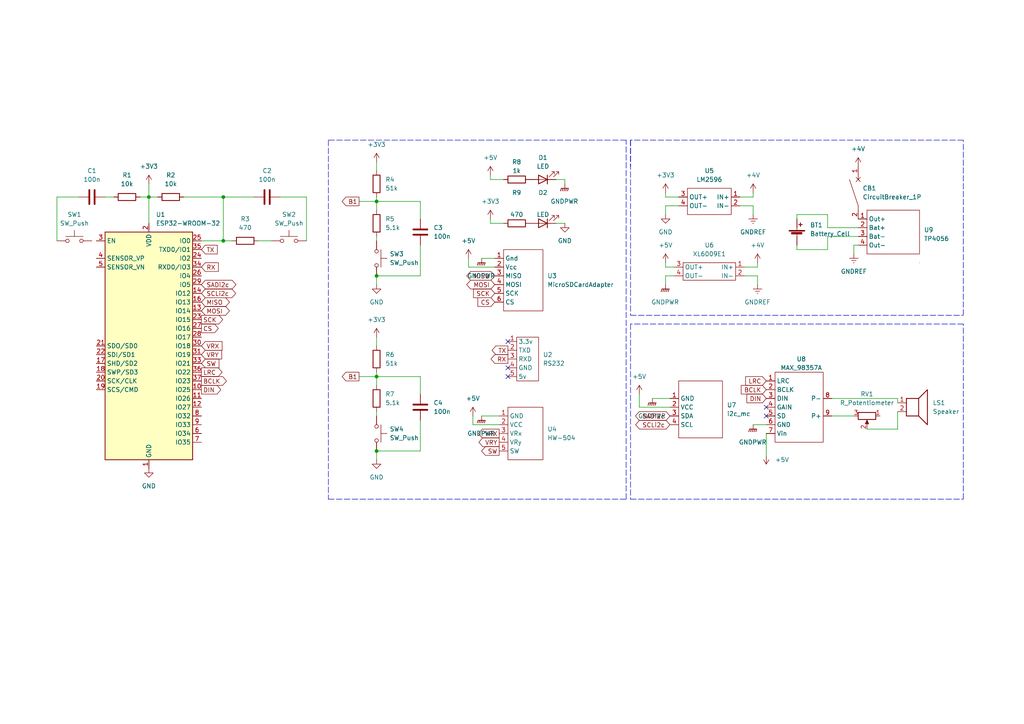
<source format=kicad_sch>
(kicad_sch (version 20211123) (generator eeschema)

  (uuid 9538e4ed-27e6-4c37-b989-9859dc0d49e8)

  (paper "A4")

  (lib_symbols
    (symbol "Device:Battery_Cell" (pin_numbers hide) (pin_names (offset 0) hide) (in_bom yes) (on_board yes)
      (property "Reference" "BT" (id 0) (at 2.54 2.54 0)
        (effects (font (size 1.27 1.27)) (justify left))
      )
      (property "Value" "Battery_Cell" (id 1) (at 2.54 0 0)
        (effects (font (size 1.27 1.27)) (justify left))
      )
      (property "Footprint" "" (id 2) (at 0 1.524 90)
        (effects (font (size 1.27 1.27)) hide)
      )
      (property "Datasheet" "~" (id 3) (at 0 1.524 90)
        (effects (font (size 1.27 1.27)) hide)
      )
      (property "ki_keywords" "battery cell" (id 4) (at 0 0 0)
        (effects (font (size 1.27 1.27)) hide)
      )
      (property "ki_description" "Single-cell battery" (id 5) (at 0 0 0)
        (effects (font (size 1.27 1.27)) hide)
      )
      (symbol "Battery_Cell_0_1"
        (rectangle (start -2.286 1.778) (end 2.286 1.524)
          (stroke (width 0) (type default) (color 0 0 0 0))
          (fill (type outline))
        )
        (rectangle (start -1.5748 1.1938) (end 1.4732 0.6858)
          (stroke (width 0) (type default) (color 0 0 0 0))
          (fill (type outline))
        )
        (polyline
          (pts
            (xy 0 0.762)
            (xy 0 0)
          )
          (stroke (width 0) (type default) (color 0 0 0 0))
          (fill (type none))
        )
        (polyline
          (pts
            (xy 0 1.778)
            (xy 0 2.54)
          )
          (stroke (width 0) (type default) (color 0 0 0 0))
          (fill (type none))
        )
        (polyline
          (pts
            (xy 0.508 3.429)
            (xy 1.524 3.429)
          )
          (stroke (width 0.254) (type default) (color 0 0 0 0))
          (fill (type none))
        )
        (polyline
          (pts
            (xy 1.016 3.937)
            (xy 1.016 2.921)
          )
          (stroke (width 0.254) (type default) (color 0 0 0 0))
          (fill (type none))
        )
      )
      (symbol "Battery_Cell_1_1"
        (pin passive line (at 0 5.08 270) (length 2.54)
          (name "+" (effects (font (size 1.27 1.27))))
          (number "1" (effects (font (size 1.27 1.27))))
        )
        (pin passive line (at 0 -2.54 90) (length 2.54)
          (name "-" (effects (font (size 1.27 1.27))))
          (number "2" (effects (font (size 1.27 1.27))))
        )
      )
    )
    (symbol "Device:C" (pin_numbers hide) (pin_names (offset 0.254)) (in_bom yes) (on_board yes)
      (property "Reference" "C" (id 0) (at 0.635 2.54 0)
        (effects (font (size 1.27 1.27)) (justify left))
      )
      (property "Value" "C" (id 1) (at 0.635 -2.54 0)
        (effects (font (size 1.27 1.27)) (justify left))
      )
      (property "Footprint" "" (id 2) (at 0.9652 -3.81 0)
        (effects (font (size 1.27 1.27)) hide)
      )
      (property "Datasheet" "~" (id 3) (at 0 0 0)
        (effects (font (size 1.27 1.27)) hide)
      )
      (property "ki_keywords" "cap capacitor" (id 4) (at 0 0 0)
        (effects (font (size 1.27 1.27)) hide)
      )
      (property "ki_description" "Unpolarized capacitor" (id 5) (at 0 0 0)
        (effects (font (size 1.27 1.27)) hide)
      )
      (property "ki_fp_filters" "C_*" (id 6) (at 0 0 0)
        (effects (font (size 1.27 1.27)) hide)
      )
      (symbol "C_0_1"
        (polyline
          (pts
            (xy -2.032 -0.762)
            (xy 2.032 -0.762)
          )
          (stroke (width 0.508) (type default) (color 0 0 0 0))
          (fill (type none))
        )
        (polyline
          (pts
            (xy -2.032 0.762)
            (xy 2.032 0.762)
          )
          (stroke (width 0.508) (type default) (color 0 0 0 0))
          (fill (type none))
        )
      )
      (symbol "C_1_1"
        (pin passive line (at 0 3.81 270) (length 2.794)
          (name "~" (effects (font (size 1.27 1.27))))
          (number "1" (effects (font (size 1.27 1.27))))
        )
        (pin passive line (at 0 -3.81 90) (length 2.794)
          (name "~" (effects (font (size 1.27 1.27))))
          (number "2" (effects (font (size 1.27 1.27))))
        )
      )
    )
    (symbol "Device:CircuitBreaker_1P" (in_bom yes) (on_board yes)
      (property "Reference" "CB" (id 0) (at 1.905 0 0)
        (effects (font (size 1.27 1.27)) (justify left))
      )
      (property "Value" "CircuitBreaker_1P" (id 1) (at 1.905 1.905 0)
        (effects (font (size 1.27 1.27)) (justify left))
      )
      (property "Footprint" "" (id 2) (at 0 0 0)
        (effects (font (size 1.27 1.27)) hide)
      )
      (property "Datasheet" "~" (id 3) (at 0 0 0)
        (effects (font (size 1.27 1.27)) hide)
      )
      (property "ki_keywords" "CB" (id 4) (at 0 0 0)
        (effects (font (size 1.27 1.27)) hide)
      )
      (property "ki_description" "Single pole circuit breaker" (id 5) (at 0 0 0)
        (effects (font (size 1.27 1.27)) hide)
      )
      (symbol "CircuitBreaker_1P_0_1"
        (polyline
          (pts
            (xy 0 -5.08)
            (xy 0 -3.81)
          )
          (stroke (width 0) (type default) (color 0 0 0 0))
          (fill (type none))
        )
        (polyline
          (pts
            (xy 0 -3.81)
            (xy -2.54 3.81)
          )
          (stroke (width 0) (type default) (color 0 0 0 0))
          (fill (type none))
        )
      )
      (symbol "CircuitBreaker_1P_1_1"
        (polyline
          (pts
            (xy -0.635 4.445)
            (xy 0.635 3.175)
          )
          (stroke (width 0) (type default) (color 0 0 0 0))
          (fill (type none))
        )
        (polyline
          (pts
            (xy 0 5.08)
            (xy 0 3.81)
          )
          (stroke (width 0) (type default) (color 0 0 0 0))
          (fill (type none))
        )
        (polyline
          (pts
            (xy 0.635 4.445)
            (xy -0.635 3.175)
          )
          (stroke (width 0) (type default) (color 0 0 0 0))
          (fill (type none))
        )
        (pin passive line (at 0 7.62 270) (length 2.54)
          (name "~" (effects (font (size 1.27 1.27))))
          (number "1" (effects (font (size 1.27 1.27))))
        )
        (pin passive line (at 0 -7.62 90) (length 2.54)
          (name "~" (effects (font (size 1.27 1.27))))
          (number "2" (effects (font (size 1.27 1.27))))
        )
      )
    )
    (symbol "Device:LED" (pin_numbers hide) (pin_names (offset 1.016) hide) (in_bom yes) (on_board yes)
      (property "Reference" "D" (id 0) (at 0 2.54 0)
        (effects (font (size 1.27 1.27)))
      )
      (property "Value" "LED" (id 1) (at 0 -2.54 0)
        (effects (font (size 1.27 1.27)))
      )
      (property "Footprint" "" (id 2) (at 0 0 0)
        (effects (font (size 1.27 1.27)) hide)
      )
      (property "Datasheet" "~" (id 3) (at 0 0 0)
        (effects (font (size 1.27 1.27)) hide)
      )
      (property "ki_keywords" "LED diode" (id 4) (at 0 0 0)
        (effects (font (size 1.27 1.27)) hide)
      )
      (property "ki_description" "Light emitting diode" (id 5) (at 0 0 0)
        (effects (font (size 1.27 1.27)) hide)
      )
      (property "ki_fp_filters" "LED* LED_SMD:* LED_THT:*" (id 6) (at 0 0 0)
        (effects (font (size 1.27 1.27)) hide)
      )
      (symbol "LED_0_1"
        (polyline
          (pts
            (xy -1.27 -1.27)
            (xy -1.27 1.27)
          )
          (stroke (width 0.254) (type default) (color 0 0 0 0))
          (fill (type none))
        )
        (polyline
          (pts
            (xy -1.27 0)
            (xy 1.27 0)
          )
          (stroke (width 0) (type default) (color 0 0 0 0))
          (fill (type none))
        )
        (polyline
          (pts
            (xy 1.27 -1.27)
            (xy 1.27 1.27)
            (xy -1.27 0)
            (xy 1.27 -1.27)
          )
          (stroke (width 0.254) (type default) (color 0 0 0 0))
          (fill (type none))
        )
        (polyline
          (pts
            (xy -3.048 -0.762)
            (xy -4.572 -2.286)
            (xy -3.81 -2.286)
            (xy -4.572 -2.286)
            (xy -4.572 -1.524)
          )
          (stroke (width 0) (type default) (color 0 0 0 0))
          (fill (type none))
        )
        (polyline
          (pts
            (xy -1.778 -0.762)
            (xy -3.302 -2.286)
            (xy -2.54 -2.286)
            (xy -3.302 -2.286)
            (xy -3.302 -1.524)
          )
          (stroke (width 0) (type default) (color 0 0 0 0))
          (fill (type none))
        )
      )
      (symbol "LED_1_1"
        (pin passive line (at -3.81 0 0) (length 2.54)
          (name "K" (effects (font (size 1.27 1.27))))
          (number "1" (effects (font (size 1.27 1.27))))
        )
        (pin passive line (at 3.81 0 180) (length 2.54)
          (name "A" (effects (font (size 1.27 1.27))))
          (number "2" (effects (font (size 1.27 1.27))))
        )
      )
    )
    (symbol "Device:R" (pin_numbers hide) (pin_names (offset 0)) (in_bom yes) (on_board yes)
      (property "Reference" "R" (id 0) (at 2.032 0 90)
        (effects (font (size 1.27 1.27)))
      )
      (property "Value" "R" (id 1) (at 0 0 90)
        (effects (font (size 1.27 1.27)))
      )
      (property "Footprint" "" (id 2) (at -1.778 0 90)
        (effects (font (size 1.27 1.27)) hide)
      )
      (property "Datasheet" "~" (id 3) (at 0 0 0)
        (effects (font (size 1.27 1.27)) hide)
      )
      (property "ki_keywords" "R res resistor" (id 4) (at 0 0 0)
        (effects (font (size 1.27 1.27)) hide)
      )
      (property "ki_description" "Resistor" (id 5) (at 0 0 0)
        (effects (font (size 1.27 1.27)) hide)
      )
      (property "ki_fp_filters" "R_*" (id 6) (at 0 0 0)
        (effects (font (size 1.27 1.27)) hide)
      )
      (symbol "R_0_1"
        (rectangle (start -1.016 -2.54) (end 1.016 2.54)
          (stroke (width 0.254) (type default) (color 0 0 0 0))
          (fill (type none))
        )
      )
      (symbol "R_1_1"
        (pin passive line (at 0 3.81 270) (length 1.27)
          (name "~" (effects (font (size 1.27 1.27))))
          (number "1" (effects (font (size 1.27 1.27))))
        )
        (pin passive line (at 0 -3.81 90) (length 1.27)
          (name "~" (effects (font (size 1.27 1.27))))
          (number "2" (effects (font (size 1.27 1.27))))
        )
      )
    )
    (symbol "Device:R_Potentiometer" (pin_names (offset 1.016) hide) (in_bom yes) (on_board yes)
      (property "Reference" "RV" (id 0) (at -4.445 0 90)
        (effects (font (size 1.27 1.27)))
      )
      (property "Value" "R_Potentiometer" (id 1) (at -2.54 0 90)
        (effects (font (size 1.27 1.27)))
      )
      (property "Footprint" "" (id 2) (at 0 0 0)
        (effects (font (size 1.27 1.27)) hide)
      )
      (property "Datasheet" "~" (id 3) (at 0 0 0)
        (effects (font (size 1.27 1.27)) hide)
      )
      (property "ki_keywords" "resistor variable" (id 4) (at 0 0 0)
        (effects (font (size 1.27 1.27)) hide)
      )
      (property "ki_description" "Potentiometer" (id 5) (at 0 0 0)
        (effects (font (size 1.27 1.27)) hide)
      )
      (property "ki_fp_filters" "Potentiometer*" (id 6) (at 0 0 0)
        (effects (font (size 1.27 1.27)) hide)
      )
      (symbol "R_Potentiometer_0_1"
        (polyline
          (pts
            (xy 2.54 0)
            (xy 1.524 0)
          )
          (stroke (width 0) (type default) (color 0 0 0 0))
          (fill (type none))
        )
        (polyline
          (pts
            (xy 1.143 0)
            (xy 2.286 0.508)
            (xy 2.286 -0.508)
            (xy 1.143 0)
          )
          (stroke (width 0) (type default) (color 0 0 0 0))
          (fill (type outline))
        )
        (rectangle (start 1.016 2.54) (end -1.016 -2.54)
          (stroke (width 0.254) (type default) (color 0 0 0 0))
          (fill (type none))
        )
      )
      (symbol "R_Potentiometer_1_1"
        (pin passive line (at 0 3.81 270) (length 1.27)
          (name "1" (effects (font (size 1.27 1.27))))
          (number "1" (effects (font (size 1.27 1.27))))
        )
        (pin passive line (at 3.81 0 180) (length 1.27)
          (name "2" (effects (font (size 1.27 1.27))))
          (number "2" (effects (font (size 1.27 1.27))))
        )
        (pin passive line (at 0 -3.81 90) (length 1.27)
          (name "3" (effects (font (size 1.27 1.27))))
          (number "3" (effects (font (size 1.27 1.27))))
        )
      )
    )
    (symbol "Device:Speaker" (pin_names (offset 0) hide) (in_bom yes) (on_board yes)
      (property "Reference" "LS" (id 0) (at 1.27 5.715 0)
        (effects (font (size 1.27 1.27)) (justify right))
      )
      (property "Value" "Speaker" (id 1) (at 1.27 3.81 0)
        (effects (font (size 1.27 1.27)) (justify right))
      )
      (property "Footprint" "" (id 2) (at 0 -5.08 0)
        (effects (font (size 1.27 1.27)) hide)
      )
      (property "Datasheet" "~" (id 3) (at -0.254 -1.27 0)
        (effects (font (size 1.27 1.27)) hide)
      )
      (property "ki_keywords" "speaker sound" (id 4) (at 0 0 0)
        (effects (font (size 1.27 1.27)) hide)
      )
      (property "ki_description" "Speaker" (id 5) (at 0 0 0)
        (effects (font (size 1.27 1.27)) hide)
      )
      (symbol "Speaker_0_0"
        (rectangle (start -2.54 1.27) (end 1.016 -3.81)
          (stroke (width 0.254) (type default) (color 0 0 0 0))
          (fill (type none))
        )
        (polyline
          (pts
            (xy 1.016 1.27)
            (xy 3.556 3.81)
            (xy 3.556 -6.35)
            (xy 1.016 -3.81)
          )
          (stroke (width 0.254) (type default) (color 0 0 0 0))
          (fill (type none))
        )
      )
      (symbol "Speaker_1_1"
        (pin input line (at -5.08 0 0) (length 2.54)
          (name "1" (effects (font (size 1.27 1.27))))
          (number "1" (effects (font (size 1.27 1.27))))
        )
        (pin input line (at -5.08 -2.54 0) (length 2.54)
          (name "2" (effects (font (size 1.27 1.27))))
          (number "2" (effects (font (size 1.27 1.27))))
        )
      )
    )
    (symbol "Modulos:HW-504" (in_bom yes) (on_board yes)
      (property "Reference" "U" (id 0) (at 0 0 0)
        (effects (font (size 1.27 1.27)))
      )
      (property "Value" "HW-504" (id 1) (at 0 0 0)
        (effects (font (size 1.27 1.27)))
      )
      (property "Footprint" "" (id 2) (at 0 0 0)
        (effects (font (size 1.27 1.27)) hide)
      )
      (property "Datasheet" "" (id 3) (at 0 0 0)
        (effects (font (size 1.27 1.27)) hide)
      )
      (symbol "HW-504_0_1"
        (rectangle (start -5.08 -2.54) (end 5.08 -17.78)
          (stroke (width 0) (type default) (color 0 0 0 0))
          (fill (type none))
        )
      )
      (symbol "HW-504_1_1"
        (pin input line (at -7.62 -5.08 0) (length 2.54)
          (name "GND" (effects (font (size 1.27 1.27))))
          (number "1" (effects (font (size 1.27 1.27))))
        )
        (pin input line (at -7.62 -7.62 0) (length 2.54)
          (name "VCC" (effects (font (size 1.27 1.27))))
          (number "2" (effects (font (size 1.27 1.27))))
        )
        (pin output line (at -7.62 -10.16 0) (length 2.54)
          (name "VRx" (effects (font (size 1.27 1.27))))
          (number "3" (effects (font (size 1.27 1.27))))
        )
        (pin output line (at -7.62 -12.7 0) (length 2.54)
          (name "VRy" (effects (font (size 1.27 1.27))))
          (number "4" (effects (font (size 1.27 1.27))))
        )
        (pin output line (at -7.62 -15.24 0) (length 2.54)
          (name "SW" (effects (font (size 1.27 1.27))))
          (number "5" (effects (font (size 1.27 1.27))))
        )
      )
    )
    (symbol "Modulos:LM2596" (in_bom yes) (on_board yes)
      (property "Reference" "U" (id 0) (at 0 0 0)
        (effects (font (size 1.27 1.27)))
      )
      (property "Value" "LM2596" (id 1) (at 0 0 0)
        (effects (font (size 1.27 1.27)))
      )
      (property "Footprint" "" (id 2) (at 0 0 0)
        (effects (font (size 1.27 1.27)) hide)
      )
      (property "Datasheet" "" (id 3) (at 0 0 0)
        (effects (font (size 1.27 1.27)) hide)
      )
      (symbol "LM2596_0_1"
        (rectangle (start -6.35 -2.54) (end 6.35 -10.16)
          (stroke (width 0) (type default) (color 0 0 0 0))
          (fill (type none))
        )
      )
      (symbol "LM2596_1_1"
        (pin input line (at -8.89 -5.08 0) (length 2.54)
          (name "IN+" (effects (font (size 1.27 1.27))))
          (number "1" (effects (font (size 1.27 1.27))))
        )
        (pin input line (at -8.89 -7.62 0) (length 2.54)
          (name "IN-" (effects (font (size 1.27 1.27))))
          (number "2" (effects (font (size 1.27 1.27))))
        )
        (pin output line (at 8.89 -5.08 180) (length 2.54)
          (name "OUT+" (effects (font (size 1.27 1.27))))
          (number "3" (effects (font (size 1.27 1.27))))
        )
        (pin output line (at 8.89 -7.62 180) (length 2.54)
          (name "OUT-" (effects (font (size 1.27 1.27))))
          (number "4" (effects (font (size 1.27 1.27))))
        )
      )
    )
    (symbol "Modulos:MAX_98357A" (in_bom yes) (on_board yes)
      (property "Reference" "U" (id 0) (at 0 0 0)
        (effects (font (size 1.27 1.27)))
      )
      (property "Value" "MAX_98357A" (id 1) (at 0 0 0)
        (effects (font (size 1.27 1.27)))
      )
      (property "Footprint" "" (id 2) (at 0 0 0)
        (effects (font (size 1.27 1.27)) hide)
      )
      (property "Datasheet" "" (id 3) (at 0 0 0)
        (effects (font (size 1.27 1.27)) hide)
      )
      (symbol "MAX_98357A_0_1"
        (rectangle (start -7.62 -2.54) (end 6.35 -22.86)
          (stroke (width 0) (type default) (color 0 0 0 0))
          (fill (type none))
        )
      )
      (symbol "MAX_98357A_1_1"
        (pin input line (at -10.16 -5.08 0) (length 2.54)
          (name "LRC" (effects (font (size 1.27 1.27))))
          (number "1" (effects (font (size 1.27 1.27))))
        )
        (pin input line (at -10.16 -7.62 0) (length 2.54)
          (name "BCLK" (effects (font (size 1.27 1.27))))
          (number "2" (effects (font (size 1.27 1.27))))
        )
        (pin input line (at -10.16 -10.16 0) (length 2.54)
          (name "DIN" (effects (font (size 1.27 1.27))))
          (number "3" (effects (font (size 1.27 1.27))))
        )
        (pin input line (at -10.16 -12.7 0) (length 2.54)
          (name "GAIN" (effects (font (size 1.27 1.27))))
          (number "4" (effects (font (size 1.27 1.27))))
        )
        (pin input line (at -10.16 -15.24 0) (length 2.54)
          (name "SD" (effects (font (size 1.27 1.27))))
          (number "5" (effects (font (size 1.27 1.27))))
        )
        (pin input line (at -10.16 -17.78 0) (length 2.54)
          (name "GND" (effects (font (size 1.27 1.27))))
          (number "6" (effects (font (size 1.27 1.27))))
        )
        (pin input line (at -10.16 -20.32 0) (length 2.54)
          (name "Vin" (effects (font (size 1.27 1.27))))
          (number "7" (effects (font (size 1.27 1.27))))
        )
        (pin output line (at 8.89 -10.16 180) (length 2.54)
          (name "P-" (effects (font (size 1.27 1.27))))
          (number "8" (effects (font (size 1.27 1.27))))
        )
        (pin output line (at 8.89 -15.24 180) (length 2.54)
          (name "P+" (effects (font (size 1.27 1.27))))
          (number "9" (effects (font (size 1.27 1.27))))
        )
      )
    )
    (symbol "Modulos:MicroSDCardAdapter" (in_bom yes) (on_board yes)
      (property "Reference" "U" (id 0) (at 0 0 0)
        (effects (font (size 1.27 1.27)))
      )
      (property "Value" "MicroSDCardAdapter" (id 1) (at 0 0 0)
        (effects (font (size 1.27 1.27)))
      )
      (property "Footprint" "" (id 2) (at 0 0 0)
        (effects (font (size 1.27 1.27)) hide)
      )
      (property "Datasheet" "" (id 3) (at 0 0 0)
        (effects (font (size 1.27 1.27)) hide)
      )
      (symbol "MicroSDCardAdapter_0_0"
        (pin bidirectional line (at -7.62 -13.97 0) (length 2.54)
          (name "SCK" (effects (font (size 1.27 1.27))))
          (number "5" (effects (font (size 1.27 1.27))))
        )
        (pin bidirectional line (at -7.62 -16.51 0) (length 2.54)
          (name "CS" (effects (font (size 1.27 1.27))))
          (number "6" (effects (font (size 1.27 1.27))))
        )
      )
      (symbol "MicroSDCardAdapter_0_1"
        (rectangle (start -5.08 -1.27) (end 6.35 -19.05)
          (stroke (width 0) (type default) (color 0 0 0 0))
          (fill (type none))
        )
      )
      (symbol "MicroSDCardAdapter_1_1"
        (pin input line (at -7.62 -3.81 0) (length 2.54)
          (name "Gnd" (effects (font (size 1.27 1.27))))
          (number "1" (effects (font (size 1.27 1.27))))
        )
        (pin input line (at -7.62 -6.35 0) (length 2.54)
          (name "Vcc" (effects (font (size 1.27 1.27))))
          (number "2" (effects (font (size 1.27 1.27))))
        )
        (pin bidirectional line (at -7.62 -8.89 0) (length 2.54)
          (name "MISO" (effects (font (size 1.27 1.27))))
          (number "3" (effects (font (size 1.27 1.27))))
        )
        (pin bidirectional line (at -7.62 -11.43 0) (length 2.54)
          (name "MOSI" (effects (font (size 1.27 1.27))))
          (number "4" (effects (font (size 1.27 1.27))))
        )
      )
    )
    (symbol "Modulos:TP4056" (in_bom yes) (on_board yes)
      (property "Reference" "U" (id 0) (at 1.27 -6.35 0)
        (effects (font (size 1.27 1.27)))
      )
      (property "Value" "TP4056" (id 1) (at 3.81 -8.89 0)
        (effects (font (size 1.27 1.27)))
      )
      (property "Footprint" "" (id 2) (at 1.27 -6.35 0)
        (effects (font (size 1.27 1.27)) hide)
      )
      (property "Datasheet" "" (id 3) (at 1.27 -6.35 0)
        (effects (font (size 1.27 1.27)) hide)
      )
      (symbol "TP4056_0_1"
        (rectangle (start -7.62 -2.54) (end 7.62 -15.24)
          (stroke (width 0) (type default) (color 0 0 0 0))
          (fill (type none))
        )
        (rectangle (start 7.62 -17.78) (end 7.62 -17.78)
          (stroke (width 0) (type default) (color 0 0 0 0))
          (fill (type none))
        )
      )
      (symbol "TP4056_1_1"
        (pin output line (at -10.16 -5.08 0) (length 2.54)
          (name "Out+" (effects (font (size 1.27 1.27))))
          (number "1" (effects (font (size 1.27 1.27))))
        )
        (pin output line (at -10.16 -7.62 0) (length 2.54)
          (name "Bat+" (effects (font (size 1.27 1.27))))
          (number "2" (effects (font (size 1.27 1.27))))
        )
        (pin output line (at -10.16 -10.16 0) (length 2.54)
          (name "Bat-" (effects (font (size 1.27 1.27))))
          (number "3" (effects (font (size 1.27 1.27))))
        )
        (pin output line (at -10.16 -12.7 0) (length 2.54)
          (name "Out-" (effects (font (size 1.27 1.27))))
          (number "4" (effects (font (size 1.27 1.27))))
        )
      )
    )
    (symbol "Modulos:XL6009E1" (in_bom yes) (on_board yes)
      (property "Reference" "U" (id 0) (at 0 0 0)
        (effects (font (size 1.27 1.27)))
      )
      (property "Value" "XL6009E1" (id 1) (at 0 0 0)
        (effects (font (size 1.27 1.27)))
      )
      (property "Footprint" "" (id 2) (at 0 0 0)
        (effects (font (size 1.27 1.27)) hide)
      )
      (property "Datasheet" "" (id 3) (at 0 0 0)
        (effects (font (size 1.27 1.27)) hide)
      )
      (symbol "XL6009E1_0_1"
        (rectangle (start -7.62 -1.27) (end 7.62 -6.35)
          (stroke (width 0) (type default) (color 0 0 0 0))
          (fill (type none))
        )
      )
      (symbol "XL6009E1_1_1"
        (pin input line (at 10.16 -2.54 180) (length 2.54)
          (name "IN+" (effects (font (size 1.27 1.27))))
          (number "1" (effects (font (size 1.27 1.27))))
        )
        (pin input line (at 10.16 -5.08 180) (length 2.54)
          (name "IN-" (effects (font (size 1.27 1.27))))
          (number "2" (effects (font (size 1.27 1.27))))
        )
        (pin output line (at -10.16 -2.54 0) (length 2.54)
          (name "OUT+" (effects (font (size 1.27 1.27))))
          (number "3" (effects (font (size 1.27 1.27))))
        )
        (pin output line (at -10.16 -5.08 0) (length 2.54)
          (name "OUT-" (effects (font (size 1.27 1.27))))
          (number "4" (effects (font (size 1.27 1.27))))
        )
      )
    )
    (symbol "RF_Module:ESP32-WROOM-32" (in_bom yes) (on_board yes)
      (property "Reference" "U" (id 0) (at -12.7 34.29 0)
        (effects (font (size 1.27 1.27)) (justify left))
      )
      (property "Value" "ESP32-WROOM-32" (id 1) (at 1.27 34.29 0)
        (effects (font (size 1.27 1.27)) (justify left))
      )
      (property "Footprint" "RF_Module:ESP32-WROOM-32" (id 2) (at 0 -38.1 0)
        (effects (font (size 1.27 1.27)) hide)
      )
      (property "Datasheet" "https://www.espressif.com/sites/default/files/documentation/esp32-wroom-32_datasheet_en.pdf" (id 3) (at -7.62 1.27 0)
        (effects (font (size 1.27 1.27)) hide)
      )
      (property "ki_keywords" "RF Radio BT ESP ESP32 Espressif onboard PCB antenna" (id 4) (at 0 0 0)
        (effects (font (size 1.27 1.27)) hide)
      )
      (property "ki_description" "RF Module, ESP32-D0WDQ6 SoC, Wi-Fi 802.11b/g/n, Bluetooth, BLE, 32-bit, 2.7-3.6V, onboard antenna, SMD" (id 5) (at 0 0 0)
        (effects (font (size 1.27 1.27)) hide)
      )
      (property "ki_fp_filters" "ESP32?WROOM?32*" (id 6) (at 0 0 0)
        (effects (font (size 1.27 1.27)) hide)
      )
      (symbol "ESP32-WROOM-32_0_1"
        (rectangle (start -12.7 33.02) (end 12.7 -33.02)
          (stroke (width 0.254) (type default) (color 0 0 0 0))
          (fill (type background))
        )
      )
      (symbol "ESP32-WROOM-32_1_1"
        (pin power_in line (at 0 -35.56 90) (length 2.54)
          (name "GND" (effects (font (size 1.27 1.27))))
          (number "1" (effects (font (size 1.27 1.27))))
        )
        (pin bidirectional line (at 15.24 -12.7 180) (length 2.54)
          (name "IO25" (effects (font (size 1.27 1.27))))
          (number "10" (effects (font (size 1.27 1.27))))
        )
        (pin bidirectional line (at 15.24 -15.24 180) (length 2.54)
          (name "IO26" (effects (font (size 1.27 1.27))))
          (number "11" (effects (font (size 1.27 1.27))))
        )
        (pin bidirectional line (at 15.24 -17.78 180) (length 2.54)
          (name "IO27" (effects (font (size 1.27 1.27))))
          (number "12" (effects (font (size 1.27 1.27))))
        )
        (pin bidirectional line (at 15.24 10.16 180) (length 2.54)
          (name "IO14" (effects (font (size 1.27 1.27))))
          (number "13" (effects (font (size 1.27 1.27))))
        )
        (pin bidirectional line (at 15.24 15.24 180) (length 2.54)
          (name "IO12" (effects (font (size 1.27 1.27))))
          (number "14" (effects (font (size 1.27 1.27))))
        )
        (pin passive line (at 0 -35.56 90) (length 2.54) hide
          (name "GND" (effects (font (size 1.27 1.27))))
          (number "15" (effects (font (size 1.27 1.27))))
        )
        (pin bidirectional line (at 15.24 12.7 180) (length 2.54)
          (name "IO13" (effects (font (size 1.27 1.27))))
          (number "16" (effects (font (size 1.27 1.27))))
        )
        (pin bidirectional line (at -15.24 -5.08 0) (length 2.54)
          (name "SHD/SD2" (effects (font (size 1.27 1.27))))
          (number "17" (effects (font (size 1.27 1.27))))
        )
        (pin bidirectional line (at -15.24 -7.62 0) (length 2.54)
          (name "SWP/SD3" (effects (font (size 1.27 1.27))))
          (number "18" (effects (font (size 1.27 1.27))))
        )
        (pin bidirectional line (at -15.24 -12.7 0) (length 2.54)
          (name "SCS/CMD" (effects (font (size 1.27 1.27))))
          (number "19" (effects (font (size 1.27 1.27))))
        )
        (pin power_in line (at 0 35.56 270) (length 2.54)
          (name "VDD" (effects (font (size 1.27 1.27))))
          (number "2" (effects (font (size 1.27 1.27))))
        )
        (pin bidirectional line (at -15.24 -10.16 0) (length 2.54)
          (name "SCK/CLK" (effects (font (size 1.27 1.27))))
          (number "20" (effects (font (size 1.27 1.27))))
        )
        (pin bidirectional line (at -15.24 0 0) (length 2.54)
          (name "SDO/SD0" (effects (font (size 1.27 1.27))))
          (number "21" (effects (font (size 1.27 1.27))))
        )
        (pin bidirectional line (at -15.24 -2.54 0) (length 2.54)
          (name "SDI/SD1" (effects (font (size 1.27 1.27))))
          (number "22" (effects (font (size 1.27 1.27))))
        )
        (pin bidirectional line (at 15.24 7.62 180) (length 2.54)
          (name "IO15" (effects (font (size 1.27 1.27))))
          (number "23" (effects (font (size 1.27 1.27))))
        )
        (pin bidirectional line (at 15.24 25.4 180) (length 2.54)
          (name "IO2" (effects (font (size 1.27 1.27))))
          (number "24" (effects (font (size 1.27 1.27))))
        )
        (pin bidirectional line (at 15.24 30.48 180) (length 2.54)
          (name "IO0" (effects (font (size 1.27 1.27))))
          (number "25" (effects (font (size 1.27 1.27))))
        )
        (pin bidirectional line (at 15.24 20.32 180) (length 2.54)
          (name "IO4" (effects (font (size 1.27 1.27))))
          (number "26" (effects (font (size 1.27 1.27))))
        )
        (pin bidirectional line (at 15.24 5.08 180) (length 2.54)
          (name "IO16" (effects (font (size 1.27 1.27))))
          (number "27" (effects (font (size 1.27 1.27))))
        )
        (pin bidirectional line (at 15.24 2.54 180) (length 2.54)
          (name "IO17" (effects (font (size 1.27 1.27))))
          (number "28" (effects (font (size 1.27 1.27))))
        )
        (pin bidirectional line (at 15.24 17.78 180) (length 2.54)
          (name "IO5" (effects (font (size 1.27 1.27))))
          (number "29" (effects (font (size 1.27 1.27))))
        )
        (pin input line (at -15.24 30.48 0) (length 2.54)
          (name "EN" (effects (font (size 1.27 1.27))))
          (number "3" (effects (font (size 1.27 1.27))))
        )
        (pin bidirectional line (at 15.24 0 180) (length 2.54)
          (name "IO18" (effects (font (size 1.27 1.27))))
          (number "30" (effects (font (size 1.27 1.27))))
        )
        (pin bidirectional line (at 15.24 -2.54 180) (length 2.54)
          (name "IO19" (effects (font (size 1.27 1.27))))
          (number "31" (effects (font (size 1.27 1.27))))
        )
        (pin no_connect line (at -12.7 -27.94 0) (length 2.54) hide
          (name "NC" (effects (font (size 1.27 1.27))))
          (number "32" (effects (font (size 1.27 1.27))))
        )
        (pin bidirectional line (at 15.24 -5.08 180) (length 2.54)
          (name "IO21" (effects (font (size 1.27 1.27))))
          (number "33" (effects (font (size 1.27 1.27))))
        )
        (pin bidirectional line (at 15.24 22.86 180) (length 2.54)
          (name "RXD0/IO3" (effects (font (size 1.27 1.27))))
          (number "34" (effects (font (size 1.27 1.27))))
        )
        (pin bidirectional line (at 15.24 27.94 180) (length 2.54)
          (name "TXD0/IO1" (effects (font (size 1.27 1.27))))
          (number "35" (effects (font (size 1.27 1.27))))
        )
        (pin bidirectional line (at 15.24 -7.62 180) (length 2.54)
          (name "IO22" (effects (font (size 1.27 1.27))))
          (number "36" (effects (font (size 1.27 1.27))))
        )
        (pin bidirectional line (at 15.24 -10.16 180) (length 2.54)
          (name "IO23" (effects (font (size 1.27 1.27))))
          (number "37" (effects (font (size 1.27 1.27))))
        )
        (pin passive line (at 0 -35.56 90) (length 2.54) hide
          (name "GND" (effects (font (size 1.27 1.27))))
          (number "38" (effects (font (size 1.27 1.27))))
        )
        (pin passive line (at 0 -35.56 90) (length 2.54) hide
          (name "GND" (effects (font (size 1.27 1.27))))
          (number "39" (effects (font (size 1.27 1.27))))
        )
        (pin input line (at -15.24 25.4 0) (length 2.54)
          (name "SENSOR_VP" (effects (font (size 1.27 1.27))))
          (number "4" (effects (font (size 1.27 1.27))))
        )
        (pin input line (at -15.24 22.86 0) (length 2.54)
          (name "SENSOR_VN" (effects (font (size 1.27 1.27))))
          (number "5" (effects (font (size 1.27 1.27))))
        )
        (pin input line (at 15.24 -25.4 180) (length 2.54)
          (name "IO34" (effects (font (size 1.27 1.27))))
          (number "6" (effects (font (size 1.27 1.27))))
        )
        (pin input line (at 15.24 -27.94 180) (length 2.54)
          (name "IO35" (effects (font (size 1.27 1.27))))
          (number "7" (effects (font (size 1.27 1.27))))
        )
        (pin bidirectional line (at 15.24 -20.32 180) (length 2.54)
          (name "IO32" (effects (font (size 1.27 1.27))))
          (number "8" (effects (font (size 1.27 1.27))))
        )
        (pin bidirectional line (at 15.24 -22.86 180) (length 2.54)
          (name "IO33" (effects (font (size 1.27 1.27))))
          (number "9" (effects (font (size 1.27 1.27))))
        )
      )
    )
    (symbol "Serialrs232:RS232" (in_bom yes) (on_board yes)
      (property "Reference" "U" (id 0) (at 2.54 1.27 0)
        (effects (font (size 1.27 1.27)))
      )
      (property "Value" "RS232" (id 1) (at 2.54 1.27 0)
        (effects (font (size 1.27 1.27)))
      )
      (property "Footprint" "" (id 2) (at 2.54 1.27 0)
        (effects (font (size 1.27 1.27)) hide)
      )
      (property "Datasheet" "" (id 3) (at 2.54 1.27 0)
        (effects (font (size 1.27 1.27)) hide)
      )
      (symbol "RS232_0_1"
        (rectangle (start 6.35 -13.97) (end 0 -1.27)
          (stroke (width 0) (type default) (color 0 0 0 0))
          (fill (type none))
        )
      )
      (symbol "RS232_1_1"
        (pin input line (at -2.54 -2.54 0) (length 2.54)
          (name "3.3v" (effects (font (size 1.27 1.27))))
          (number "1" (effects (font (size 1.27 1.27))))
        )
        (pin bidirectional line (at -2.54 -5.08 0) (length 2.54)
          (name "TXD" (effects (font (size 1.27 1.27))))
          (number "2" (effects (font (size 1.27 1.27))))
        )
        (pin bidirectional line (at -2.54 -7.62 0) (length 2.54)
          (name "RXD" (effects (font (size 1.27 1.27))))
          (number "3" (effects (font (size 1.27 1.27))))
        )
        (pin input line (at -2.54 -10.16 0) (length 2.54)
          (name "GND" (effects (font (size 1.27 1.27))))
          (number "4" (effects (font (size 1.27 1.27))))
        )
        (pin input line (at -2.54 -12.7 0) (length 2.54)
          (name "5v" (effects (font (size 1.27 1.27))))
          (number "5" (effects (font (size 1.27 1.27))))
        )
      )
    )
    (symbol "Switch:SW_Push" (pin_numbers hide) (pin_names (offset 1.016) hide) (in_bom yes) (on_board yes)
      (property "Reference" "SW" (id 0) (at 1.27 2.54 0)
        (effects (font (size 1.27 1.27)) (justify left))
      )
      (property "Value" "SW_Push" (id 1) (at 0 -1.524 0)
        (effects (font (size 1.27 1.27)))
      )
      (property "Footprint" "" (id 2) (at 0 5.08 0)
        (effects (font (size 1.27 1.27)) hide)
      )
      (property "Datasheet" "~" (id 3) (at 0 5.08 0)
        (effects (font (size 1.27 1.27)) hide)
      )
      (property "ki_keywords" "switch normally-open pushbutton push-button" (id 4) (at 0 0 0)
        (effects (font (size 1.27 1.27)) hide)
      )
      (property "ki_description" "Push button switch, generic, two pins" (id 5) (at 0 0 0)
        (effects (font (size 1.27 1.27)) hide)
      )
      (symbol "SW_Push_0_1"
        (circle (center -2.032 0) (radius 0.508)
          (stroke (width 0) (type default) (color 0 0 0 0))
          (fill (type none))
        )
        (polyline
          (pts
            (xy 0 1.27)
            (xy 0 3.048)
          )
          (stroke (width 0) (type default) (color 0 0 0 0))
          (fill (type none))
        )
        (polyline
          (pts
            (xy 2.54 1.27)
            (xy -2.54 1.27)
          )
          (stroke (width 0) (type default) (color 0 0 0 0))
          (fill (type none))
        )
        (circle (center 2.032 0) (radius 0.508)
          (stroke (width 0) (type default) (color 0 0 0 0))
          (fill (type none))
        )
        (pin passive line (at -5.08 0 0) (length 2.54)
          (name "1" (effects (font (size 1.27 1.27))))
          (number "1" (effects (font (size 1.27 1.27))))
        )
        (pin passive line (at 5.08 0 180) (length 2.54)
          (name "2" (effects (font (size 1.27 1.27))))
          (number "2" (effects (font (size 1.27 1.27))))
        )
      )
    )
    (symbol "i2c_lcd:i2c_mc" (in_bom yes) (on_board yes)
      (property "Reference" "U" (id 0) (at -3.81 6.35 0)
        (effects (font (size 1.27 1.27)))
      )
      (property "Value" "i2c_mc" (id 1) (at -3.81 6.35 0)
        (effects (font (size 1.27 1.27)))
      )
      (property "Footprint" "" (id 2) (at -3.81 6.35 0)
        (effects (font (size 1.27 1.27)) hide)
      )
      (property "Datasheet" "" (id 3) (at -3.81 6.35 0)
        (effects (font (size 1.27 1.27)) hide)
      )
      (symbol "i2c_mc_0_1"
        (rectangle (start 2.54 -11.43) (end -10.16 5.08)
          (stroke (width 0) (type default) (color 0 0 0 0))
          (fill (type none))
        )
      )
      (symbol "i2c_mc_1_1"
        (pin output line (at -12.7 0 0) (length 2.54)
          (name "GND" (effects (font (size 1.27 1.27))))
          (number "1" (effects (font (size 1.27 1.27))))
        )
        (pin input line (at -12.7 -2.54 0) (length 2.54)
          (name "VCC" (effects (font (size 1.27 1.27))))
          (number "2" (effects (font (size 1.27 1.27))))
        )
        (pin bidirectional line (at -12.7 -5.08 0) (length 2.54)
          (name "SDA" (effects (font (size 1.27 1.27))))
          (number "3" (effects (font (size 1.27 1.27))))
        )
        (pin bidirectional line (at -12.7 -7.62 0) (length 2.54)
          (name "SCL" (effects (font (size 1.27 1.27))))
          (number "4" (effects (font (size 1.27 1.27))))
        )
      )
    )
    (symbol "power:+3.3V" (power) (pin_names (offset 0)) (in_bom yes) (on_board yes)
      (property "Reference" "#PWR" (id 0) (at 0 -3.81 0)
        (effects (font (size 1.27 1.27)) hide)
      )
      (property "Value" "+3.3V" (id 1) (at 0 3.556 0)
        (effects (font (size 1.27 1.27)))
      )
      (property "Footprint" "" (id 2) (at 0 0 0)
        (effects (font (size 1.27 1.27)) hide)
      )
      (property "Datasheet" "" (id 3) (at 0 0 0)
        (effects (font (size 1.27 1.27)) hide)
      )
      (property "ki_keywords" "power-flag" (id 4) (at 0 0 0)
        (effects (font (size 1.27 1.27)) hide)
      )
      (property "ki_description" "Power symbol creates a global label with name \"+3.3V\"" (id 5) (at 0 0 0)
        (effects (font (size 1.27 1.27)) hide)
      )
      (symbol "+3.3V_0_1"
        (polyline
          (pts
            (xy -0.762 1.27)
            (xy 0 2.54)
          )
          (stroke (width 0) (type default) (color 0 0 0 0))
          (fill (type none))
        )
        (polyline
          (pts
            (xy 0 0)
            (xy 0 2.54)
          )
          (stroke (width 0) (type default) (color 0 0 0 0))
          (fill (type none))
        )
        (polyline
          (pts
            (xy 0 2.54)
            (xy 0.762 1.27)
          )
          (stroke (width 0) (type default) (color 0 0 0 0))
          (fill (type none))
        )
      )
      (symbol "+3.3V_1_1"
        (pin power_in line (at 0 0 90) (length 0) hide
          (name "+3V3" (effects (font (size 1.27 1.27))))
          (number "1" (effects (font (size 1.27 1.27))))
        )
      )
    )
    (symbol "power:+4V" (power) (pin_names (offset 0)) (in_bom yes) (on_board yes)
      (property "Reference" "#PWR" (id 0) (at 0 -3.81 0)
        (effects (font (size 1.27 1.27)) hide)
      )
      (property "Value" "+4V" (id 1) (at 0 3.556 0)
        (effects (font (size 1.27 1.27)))
      )
      (property "Footprint" "" (id 2) (at 0 0 0)
        (effects (font (size 1.27 1.27)) hide)
      )
      (property "Datasheet" "" (id 3) (at 0 0 0)
        (effects (font (size 1.27 1.27)) hide)
      )
      (property "ki_keywords" "power-flag" (id 4) (at 0 0 0)
        (effects (font (size 1.27 1.27)) hide)
      )
      (property "ki_description" "Power symbol creates a global label with name \"+4V\"" (id 5) (at 0 0 0)
        (effects (font (size 1.27 1.27)) hide)
      )
      (symbol "+4V_0_1"
        (polyline
          (pts
            (xy -0.762 1.27)
            (xy 0 2.54)
          )
          (stroke (width 0) (type default) (color 0 0 0 0))
          (fill (type none))
        )
        (polyline
          (pts
            (xy 0 0)
            (xy 0 2.54)
          )
          (stroke (width 0) (type default) (color 0 0 0 0))
          (fill (type none))
        )
        (polyline
          (pts
            (xy 0 2.54)
            (xy 0.762 1.27)
          )
          (stroke (width 0) (type default) (color 0 0 0 0))
          (fill (type none))
        )
      )
      (symbol "+4V_1_1"
        (pin power_in line (at 0 0 90) (length 0) hide
          (name "+4V" (effects (font (size 1.27 1.27))))
          (number "1" (effects (font (size 1.27 1.27))))
        )
      )
    )
    (symbol "power:+5V" (power) (pin_names (offset 0)) (in_bom yes) (on_board yes)
      (property "Reference" "#PWR" (id 0) (at 0 -3.81 0)
        (effects (font (size 1.27 1.27)) hide)
      )
      (property "Value" "+5V" (id 1) (at 0 3.556 0)
        (effects (font (size 1.27 1.27)))
      )
      (property "Footprint" "" (id 2) (at 0 0 0)
        (effects (font (size 1.27 1.27)) hide)
      )
      (property "Datasheet" "" (id 3) (at 0 0 0)
        (effects (font (size 1.27 1.27)) hide)
      )
      (property "ki_keywords" "power-flag" (id 4) (at 0 0 0)
        (effects (font (size 1.27 1.27)) hide)
      )
      (property "ki_description" "Power symbol creates a global label with name \"+5V\"" (id 5) (at 0 0 0)
        (effects (font (size 1.27 1.27)) hide)
      )
      (symbol "+5V_0_1"
        (polyline
          (pts
            (xy -0.762 1.27)
            (xy 0 2.54)
          )
          (stroke (width 0) (type default) (color 0 0 0 0))
          (fill (type none))
        )
        (polyline
          (pts
            (xy 0 0)
            (xy 0 2.54)
          )
          (stroke (width 0) (type default) (color 0 0 0 0))
          (fill (type none))
        )
        (polyline
          (pts
            (xy 0 2.54)
            (xy 0.762 1.27)
          )
          (stroke (width 0) (type default) (color 0 0 0 0))
          (fill (type none))
        )
      )
      (symbol "+5V_1_1"
        (pin power_in line (at 0 0 90) (length 0) hide
          (name "+5V" (effects (font (size 1.27 1.27))))
          (number "1" (effects (font (size 1.27 1.27))))
        )
      )
    )
    (symbol "power:GND" (power) (pin_names (offset 0)) (in_bom yes) (on_board yes)
      (property "Reference" "#PWR" (id 0) (at 0 -6.35 0)
        (effects (font (size 1.27 1.27)) hide)
      )
      (property "Value" "GND" (id 1) (at 0 -3.81 0)
        (effects (font (size 1.27 1.27)))
      )
      (property "Footprint" "" (id 2) (at 0 0 0)
        (effects (font (size 1.27 1.27)) hide)
      )
      (property "Datasheet" "" (id 3) (at 0 0 0)
        (effects (font (size 1.27 1.27)) hide)
      )
      (property "ki_keywords" "power-flag" (id 4) (at 0 0 0)
        (effects (font (size 1.27 1.27)) hide)
      )
      (property "ki_description" "Power symbol creates a global label with name \"GND\" , ground" (id 5) (at 0 0 0)
        (effects (font (size 1.27 1.27)) hide)
      )
      (symbol "GND_0_1"
        (polyline
          (pts
            (xy 0 0)
            (xy 0 -1.27)
            (xy 1.27 -1.27)
            (xy 0 -2.54)
            (xy -1.27 -1.27)
            (xy 0 -1.27)
          )
          (stroke (width 0) (type default) (color 0 0 0 0))
          (fill (type none))
        )
      )
      (symbol "GND_1_1"
        (pin power_in line (at 0 0 270) (length 0) hide
          (name "GND" (effects (font (size 1.27 1.27))))
          (number "1" (effects (font (size 1.27 1.27))))
        )
      )
    )
    (symbol "power:GNDPWR" (power) (pin_names (offset 0)) (in_bom yes) (on_board yes)
      (property "Reference" "#PWR" (id 0) (at 0 -5.08 0)
        (effects (font (size 1.27 1.27)) hide)
      )
      (property "Value" "GNDPWR" (id 1) (at 0 -3.302 0)
        (effects (font (size 1.27 1.27)))
      )
      (property "Footprint" "" (id 2) (at 0 -1.27 0)
        (effects (font (size 1.27 1.27)) hide)
      )
      (property "Datasheet" "" (id 3) (at 0 -1.27 0)
        (effects (font (size 1.27 1.27)) hide)
      )
      (property "ki_keywords" "power-flag" (id 4) (at 0 0 0)
        (effects (font (size 1.27 1.27)) hide)
      )
      (property "ki_description" "Power symbol creates a global label with name \"GNDPWR\" , power ground" (id 5) (at 0 0 0)
        (effects (font (size 1.27 1.27)) hide)
      )
      (symbol "GNDPWR_0_1"
        (polyline
          (pts
            (xy 0 -1.27)
            (xy 0 0)
          )
          (stroke (width 0) (type default) (color 0 0 0 0))
          (fill (type none))
        )
        (polyline
          (pts
            (xy -1.016 -1.27)
            (xy -1.27 -2.032)
            (xy -1.27 -2.032)
          )
          (stroke (width 0.2032) (type default) (color 0 0 0 0))
          (fill (type none))
        )
        (polyline
          (pts
            (xy -0.508 -1.27)
            (xy -0.762 -2.032)
            (xy -0.762 -2.032)
          )
          (stroke (width 0.2032) (type default) (color 0 0 0 0))
          (fill (type none))
        )
        (polyline
          (pts
            (xy 0 -1.27)
            (xy -0.254 -2.032)
            (xy -0.254 -2.032)
          )
          (stroke (width 0.2032) (type default) (color 0 0 0 0))
          (fill (type none))
        )
        (polyline
          (pts
            (xy 0.508 -1.27)
            (xy 0.254 -2.032)
            (xy 0.254 -2.032)
          )
          (stroke (width 0.2032) (type default) (color 0 0 0 0))
          (fill (type none))
        )
        (polyline
          (pts
            (xy 1.016 -1.27)
            (xy -1.016 -1.27)
            (xy -1.016 -1.27)
          )
          (stroke (width 0.2032) (type default) (color 0 0 0 0))
          (fill (type none))
        )
        (polyline
          (pts
            (xy 1.016 -1.27)
            (xy 0.762 -2.032)
            (xy 0.762 -2.032)
            (xy 0.762 -2.032)
          )
          (stroke (width 0.2032) (type default) (color 0 0 0 0))
          (fill (type none))
        )
      )
      (symbol "GNDPWR_1_1"
        (pin power_in line (at 0 0 270) (length 0) hide
          (name "GNDPWR" (effects (font (size 1.27 1.27))))
          (number "1" (effects (font (size 1.27 1.27))))
        )
      )
    )
    (symbol "power:GNDREF" (power) (pin_names (offset 0)) (in_bom yes) (on_board yes)
      (property "Reference" "#PWR" (id 0) (at 0 -6.35 0)
        (effects (font (size 1.27 1.27)) hide)
      )
      (property "Value" "GNDREF" (id 1) (at 0 -3.81 0)
        (effects (font (size 1.27 1.27)))
      )
      (property "Footprint" "" (id 2) (at 0 0 0)
        (effects (font (size 1.27 1.27)) hide)
      )
      (property "Datasheet" "" (id 3) (at 0 0 0)
        (effects (font (size 1.27 1.27)) hide)
      )
      (property "ki_keywords" "power-flag" (id 4) (at 0 0 0)
        (effects (font (size 1.27 1.27)) hide)
      )
      (property "ki_description" "Power symbol creates a global label with name \"GNDREF\" , reference supply ground" (id 5) (at 0 0 0)
        (effects (font (size 1.27 1.27)) hide)
      )
      (symbol "GNDREF_0_1"
        (polyline
          (pts
            (xy -0.635 -1.905)
            (xy 0.635 -1.905)
          )
          (stroke (width 0) (type default) (color 0 0 0 0))
          (fill (type none))
        )
        (polyline
          (pts
            (xy -0.127 -2.54)
            (xy 0.127 -2.54)
          )
          (stroke (width 0) (type default) (color 0 0 0 0))
          (fill (type none))
        )
        (polyline
          (pts
            (xy 0 -1.27)
            (xy 0 0)
          )
          (stroke (width 0) (type default) (color 0 0 0 0))
          (fill (type none))
        )
        (polyline
          (pts
            (xy 1.27 -1.27)
            (xy -1.27 -1.27)
          )
          (stroke (width 0) (type default) (color 0 0 0 0))
          (fill (type none))
        )
      )
      (symbol "GNDREF_1_1"
        (pin power_in line (at 0 0 270) (length 0) hide
          (name "GNDREF" (effects (font (size 1.27 1.27))))
          (number "1" (effects (font (size 1.27 1.27))))
        )
      )
    )
  )

  (junction (at 109.22 80.01) (diameter 0) (color 0 0 0 0)
    (uuid 1d8a49d5-01ef-4d0e-a5e0-bd66c2abd27b)
  )
  (junction (at 64.77 57.15) (diameter 0) (color 0 0 0 0)
    (uuid 3d51f75e-62be-4d36-9ff6-d265695f31e5)
  )
  (junction (at 109.22 109.22) (diameter 0) (color 0 0 0 0)
    (uuid 581b6423-c21c-40d0-a80c-7440c5b3019e)
  )
  (junction (at 64.77 69.85) (diameter 0) (color 0 0 0 0)
    (uuid 886eaa27-0f00-4db3-b4d2-75a9dea135f4)
  )
  (junction (at 43.18 57.15) (diameter 0) (color 0 0 0 0)
    (uuid ad08cb64-75c7-4777-89d2-65c556c630d5)
  )
  (junction (at 109.22 130.81) (diameter 0) (color 0 0 0 0)
    (uuid b4ec8880-4f14-42fd-84fd-cb7cc4338226)
  )
  (junction (at 109.22 58.42) (diameter 0) (color 0 0 0 0)
    (uuid ebf864d1-b8ba-4b28-8743-abbd5696446e)
  )

  (no_connect (at 222.25 118.11) (uuid 3c2a104b-4674-4383-afc6-09ae59a913fe))
  (no_connect (at 222.25 120.65) (uuid 3c2a104b-4674-4383-afc6-09ae59a913ff))
  (no_connect (at 147.32 99.06) (uuid c513a598-f99c-4d24-9e61-18960813a231))
  (no_connect (at 147.32 109.22) (uuid c513a598-f99c-4d24-9e61-18960813a232))
  (no_connect (at 147.32 106.68) (uuid c513a598-f99c-4d24-9e61-18960813a233))

  (wire (pts (xy 16.51 57.15) (xy 22.86 57.15))
    (stroke (width 0) (type default) (color 0 0 0 0))
    (uuid 01962379-2c59-4028-854b-e86a8d70e0c7)
  )
  (polyline (pts (xy 95.25 40.64) (xy 95.25 144.78))
    (stroke (width 0) (type default) (color 0 0 0 0))
    (uuid 0385efec-5283-4fe4-89a7-7d4174fe5086)
  )

  (wire (pts (xy 218.44 62.23) (xy 218.44 59.69))
    (stroke (width 0) (type default) (color 0 0 0 0))
    (uuid 0397028d-8f22-4141-8ca0-734f3a73e3a7)
  )
  (wire (pts (xy 251.46 124.46) (xy 260.35 124.46))
    (stroke (width 0) (type default) (color 0 0 0 0))
    (uuid 070b022b-63fd-4af5-8465-30e9369a5db1)
  )
  (wire (pts (xy 231.14 71.12) (xy 231.14 72.39))
    (stroke (width 0) (type default) (color 0 0 0 0))
    (uuid 08d4dbef-8f2f-403b-887f-d53ecbd2e93c)
  )
  (polyline (pts (xy 181.61 144.78) (xy 181.61 40.64))
    (stroke (width 0) (type default) (color 0 0 0 0))
    (uuid 0a14e458-03d5-43c6-a18c-5335f9554e02)
  )

  (wire (pts (xy 240.03 72.39) (xy 231.14 72.39))
    (stroke (width 0) (type default) (color 0 0 0 0))
    (uuid 0e92fb6f-5252-4b09-ba22-15ffa108fa89)
  )
  (polyline (pts (xy 279.4 93.98) (xy 182.88 93.98))
    (stroke (width 0) (type default) (color 0 0 0 0))
    (uuid 0fa17764-dc15-4a81-870d-5f2db17d272e)
  )

  (wire (pts (xy 219.71 76.2) (xy 219.71 77.47))
    (stroke (width 0) (type default) (color 0 0 0 0))
    (uuid 12840263-4975-410a-9bed-93551d0e0f02)
  )
  (wire (pts (xy 222.25 125.73) (xy 222.25 132.08))
    (stroke (width 0) (type default) (color 0 0 0 0))
    (uuid 15fc13d5-1969-445e-b18b-093dea719ffb)
  )
  (wire (pts (xy 215.9 77.47) (xy 219.71 77.47))
    (stroke (width 0) (type default) (color 0 0 0 0))
    (uuid 19a20a19-9968-441d-80bd-5cd16bd5ab84)
  )
  (wire (pts (xy 248.92 68.58) (xy 240.03 68.58))
    (stroke (width 0) (type default) (color 0 0 0 0))
    (uuid 1e36c3b9-22db-4b61-9dd6-79c37c0f36a6)
  )
  (wire (pts (xy 241.3 120.65) (xy 247.65 120.65))
    (stroke (width 0) (type default) (color 0 0 0 0))
    (uuid 1e7b92dc-ebdf-4622-a54b-4e59e7e86228)
  )
  (wire (pts (xy 81.28 57.15) (xy 88.9 57.15))
    (stroke (width 0) (type default) (color 0 0 0 0))
    (uuid 260ac296-c472-4159-a04f-aaa5a21e2d24)
  )
  (wire (pts (xy 193.04 76.2) (xy 193.04 77.47))
    (stroke (width 0) (type default) (color 0 0 0 0))
    (uuid 27a09c8c-a20c-419f-9849-7fedbfd434b2)
  )
  (wire (pts (xy 161.29 52.07) (xy 163.83 52.07))
    (stroke (width 0) (type default) (color 0 0 0 0))
    (uuid 28096f47-315d-4348-b314-ef145b6f1f8f)
  )
  (wire (pts (xy 109.22 107.95) (xy 109.22 109.22))
    (stroke (width 0) (type default) (color 0 0 0 0))
    (uuid 2a7b4723-b108-47ee-84b7-7aadbc432b54)
  )
  (wire (pts (xy 109.22 109.22) (xy 109.22 111.76))
    (stroke (width 0) (type default) (color 0 0 0 0))
    (uuid 2bec68ca-bcc1-4526-a76e-634ac73f0c6f)
  )
  (wire (pts (xy 214.63 59.69) (xy 218.44 59.69))
    (stroke (width 0) (type default) (color 0 0 0 0))
    (uuid 2edd0447-127e-4ad1-aa98-4844d1022bcf)
  )
  (wire (pts (xy 142.24 64.77) (xy 146.05 64.77))
    (stroke (width 0) (type default) (color 0 0 0 0))
    (uuid 305a8ecc-8b55-441c-959c-3d0976652afb)
  )
  (wire (pts (xy 104.14 109.22) (xy 109.22 109.22))
    (stroke (width 0) (type default) (color 0 0 0 0))
    (uuid 3253d594-44a2-4a67-84f4-9cb2df7648b8)
  )
  (wire (pts (xy 193.04 82.55) (xy 193.04 80.01))
    (stroke (width 0) (type default) (color 0 0 0 0))
    (uuid 33a55440-d7c1-420f-ade3-57131f929499)
  )
  (wire (pts (xy 64.77 57.15) (xy 73.66 57.15))
    (stroke (width 0) (type default) (color 0 0 0 0))
    (uuid 39622ce8-a014-49be-b697-1619211aba47)
  )
  (wire (pts (xy 142.24 50.8) (xy 142.24 52.07))
    (stroke (width 0) (type default) (color 0 0 0 0))
    (uuid 3cda0a9d-1416-4f00-bab6-a42a06b012a3)
  )
  (wire (pts (xy 231.14 62.23) (xy 240.03 62.23))
    (stroke (width 0) (type default) (color 0 0 0 0))
    (uuid 3e3a957f-bec0-403f-b307-36efad38ea95)
  )
  (wire (pts (xy 109.22 68.58) (xy 109.22 69.85))
    (stroke (width 0) (type default) (color 0 0 0 0))
    (uuid 3edb1ec3-d13e-49c5-a204-3884fb16407c)
  )
  (wire (pts (xy 53.34 57.15) (xy 64.77 57.15))
    (stroke (width 0) (type default) (color 0 0 0 0))
    (uuid 3f9d1528-18d7-4d90-a373-202927e70e61)
  )
  (wire (pts (xy 218.44 55.88) (xy 218.44 57.15))
    (stroke (width 0) (type default) (color 0 0 0 0))
    (uuid 4058c89a-c753-40c7-b5b2-f4b62c14332e)
  )
  (polyline (pts (xy 95.25 144.78) (xy 181.61 144.78))
    (stroke (width 0) (type default) (color 0 0 0 0))
    (uuid 416b51d3-da04-4937-81ec-5394dcfbf140)
  )

  (wire (pts (xy 231.14 62.23) (xy 231.14 63.5))
    (stroke (width 0) (type default) (color 0 0 0 0))
    (uuid 49abf720-e348-4b1a-a400-709bc27ddcd3)
  )
  (wire (pts (xy 185.42 114.3) (xy 185.42 118.11))
    (stroke (width 0) (type default) (color 0 0 0 0))
    (uuid 4cf07af1-91fa-4f5e-981d-13a4814e5906)
  )
  (wire (pts (xy 121.92 80.01) (xy 121.92 71.12))
    (stroke (width 0) (type default) (color 0 0 0 0))
    (uuid 4d4c082d-e921-4af0-a0a4-15999853dfc8)
  )
  (wire (pts (xy 64.77 69.85) (xy 67.31 69.85))
    (stroke (width 0) (type default) (color 0 0 0 0))
    (uuid 4e1d2fc9-edc0-4375-a98b-5836583ae9de)
  )
  (wire (pts (xy 121.92 114.3) (xy 121.92 109.22))
    (stroke (width 0) (type default) (color 0 0 0 0))
    (uuid 4e4fce07-1505-474e-a573-f01faf4b54f2)
  )
  (wire (pts (xy 214.63 57.15) (xy 218.44 57.15))
    (stroke (width 0) (type default) (color 0 0 0 0))
    (uuid 502ea74b-c2a5-4025-9b92-a54756d46bab)
  )
  (polyline (pts (xy 182.88 40.64) (xy 182.88 91.44))
    (stroke (width 0) (type default) (color 0 0 0 0))
    (uuid 513d8299-bd17-4595-bac1-fadb411387f8)
  )
  (polyline (pts (xy 279.4 40.64) (xy 182.88 40.64))
    (stroke (width 0) (type default) (color 0 0 0 0))
    (uuid 526c45f8-900a-4d18-82a4-deb89b687587)
  )

  (wire (pts (xy 121.92 58.42) (xy 109.22 58.42))
    (stroke (width 0) (type default) (color 0 0 0 0))
    (uuid 532e0a25-1617-48e0-b85c-c4452a8a2e14)
  )
  (wire (pts (xy 16.51 69.85) (xy 16.51 57.15))
    (stroke (width 0) (type default) (color 0 0 0 0))
    (uuid 53cf2e0b-2c94-4570-ab5c-f99e1f1beaa9)
  )
  (wire (pts (xy 104.14 58.42) (xy 109.22 58.42))
    (stroke (width 0) (type default) (color 0 0 0 0))
    (uuid 55061eff-c071-4d51-bdaa-e8a693087baf)
  )
  (wire (pts (xy 135.89 74.93) (xy 135.89 77.47))
    (stroke (width 0) (type default) (color 0 0 0 0))
    (uuid 55cd58b1-db92-4055-82cf-ea6776840da9)
  )
  (wire (pts (xy 139.7 120.65) (xy 144.78 120.65))
    (stroke (width 0) (type default) (color 0 0 0 0))
    (uuid 56cca083-af64-4052-bf2c-3880e90e9689)
  )
  (wire (pts (xy 196.85 59.69) (xy 193.04 59.69))
    (stroke (width 0) (type default) (color 0 0 0 0))
    (uuid 572129a2-85f7-4567-ad0a-7b213a092e9f)
  )
  (wire (pts (xy 109.22 80.01) (xy 109.22 82.55))
    (stroke (width 0) (type default) (color 0 0 0 0))
    (uuid 5e4f7bf2-ca59-4135-b808-943e239e3cfb)
  )
  (wire (pts (xy 109.22 97.79) (xy 109.22 100.33))
    (stroke (width 0) (type default) (color 0 0 0 0))
    (uuid 612ac6a5-6bcb-4415-82e4-3ce98c31504b)
  )
  (wire (pts (xy 109.22 130.81) (xy 121.92 130.81))
    (stroke (width 0) (type default) (color 0 0 0 0))
    (uuid 6760b72e-24f7-43cd-bdc4-49223d7090e1)
  )
  (polyline (pts (xy 182.88 40.64) (xy 182.88 48.26))
    (stroke (width 0) (type default) (color 0 0 0 0))
    (uuid 67ba57a7-a16e-4aa8-8f01-c3d4b455de0e)
  )

  (wire (pts (xy 193.04 80.01) (xy 195.58 80.01))
    (stroke (width 0) (type default) (color 0 0 0 0))
    (uuid 68c0a50b-72fc-4eb4-812c-43d3ad3dcd7a)
  )
  (wire (pts (xy 137.16 120.65) (xy 137.16 123.19))
    (stroke (width 0) (type default) (color 0 0 0 0))
    (uuid 68f34c90-196d-44f0-9b0b-151f8a5dba77)
  )
  (wire (pts (xy 121.92 130.81) (xy 121.92 121.92))
    (stroke (width 0) (type default) (color 0 0 0 0))
    (uuid 6cd63852-8273-41d3-bace-732357a62f37)
  )
  (wire (pts (xy 121.92 109.22) (xy 109.22 109.22))
    (stroke (width 0) (type default) (color 0 0 0 0))
    (uuid 6d3e09f2-ecc2-47f1-94d6-f523f5e062b5)
  )
  (wire (pts (xy 142.24 63.5) (xy 142.24 64.77))
    (stroke (width 0) (type default) (color 0 0 0 0))
    (uuid 6d4502db-7a96-4356-b91f-6d3423b3d4d8)
  )
  (wire (pts (xy 109.22 58.42) (xy 109.22 60.96))
    (stroke (width 0) (type default) (color 0 0 0 0))
    (uuid 6e560e44-77a1-4a68-9806-b2bd3309d927)
  )
  (wire (pts (xy 88.9 69.85) (xy 88.9 57.15))
    (stroke (width 0) (type default) (color 0 0 0 0))
    (uuid 74ee5857-d49a-4b50-b7dd-e53ab212b2a4)
  )
  (wire (pts (xy 240.03 66.04) (xy 248.92 66.04))
    (stroke (width 0) (type default) (color 0 0 0 0))
    (uuid 7508aeba-daf8-492c-886b-a778068ad61b)
  )
  (wire (pts (xy 218.44 123.19) (xy 222.25 123.19))
    (stroke (width 0) (type default) (color 0 0 0 0))
    (uuid 7959847b-ef52-44e2-b59d-17522e9c9157)
  )
  (wire (pts (xy 247.65 73.66) (xy 247.65 71.12))
    (stroke (width 0) (type default) (color 0 0 0 0))
    (uuid 86747cb8-c7e1-4b7a-bc76-ccbe4f9c4b03)
  )
  (wire (pts (xy 189.23 115.57) (xy 194.31 115.57))
    (stroke (width 0) (type default) (color 0 0 0 0))
    (uuid 8975659b-c8fa-4d56-bf60-f4d10bd87ce1)
  )
  (polyline (pts (xy 182.88 93.98) (xy 182.88 144.78))
    (stroke (width 0) (type default) (color 0 0 0 0))
    (uuid 8b0b5be0-ff50-458c-9fb7-62a207a98951)
  )
  (polyline (pts (xy 279.4 144.78) (xy 279.4 93.98))
    (stroke (width 0) (type default) (color 0 0 0 0))
    (uuid 8e013281-f698-4763-8714-6cf1e3ee5cdf)
  )
  (polyline (pts (xy 279.4 91.44) (xy 279.4 40.64))
    (stroke (width 0) (type default) (color 0 0 0 0))
    (uuid 8f48c9e7-6c42-4b59-b2a5-ebf8f1349b5f)
  )

  (wire (pts (xy 109.22 119.38) (xy 109.22 120.65))
    (stroke (width 0) (type default) (color 0 0 0 0))
    (uuid 9046914f-cf35-4ea3-91e0-adf5826a4223)
  )
  (wire (pts (xy 219.71 82.55) (xy 219.71 80.01))
    (stroke (width 0) (type default) (color 0 0 0 0))
    (uuid 93d39537-47cb-459f-8ca2-82dd1b056732)
  )
  (wire (pts (xy 161.29 64.77) (xy 163.83 64.77))
    (stroke (width 0) (type default) (color 0 0 0 0))
    (uuid 968450f5-665c-4f5f-a915-9b37751af6e5)
  )
  (wire (pts (xy 196.85 57.15) (xy 193.04 57.15))
    (stroke (width 0) (type default) (color 0 0 0 0))
    (uuid 9a91122f-a476-4419-b547-04196a76501d)
  )
  (wire (pts (xy 109.22 80.01) (xy 121.92 80.01))
    (stroke (width 0) (type default) (color 0 0 0 0))
    (uuid 9d409df6-6749-47c5-9a1f-a8c36a03e603)
  )
  (wire (pts (xy 64.77 57.15) (xy 64.77 69.85))
    (stroke (width 0) (type default) (color 0 0 0 0))
    (uuid a12a1b7b-6085-4193-a245-b5cb51128037)
  )
  (wire (pts (xy 185.42 118.11) (xy 194.31 118.11))
    (stroke (width 0) (type default) (color 0 0 0 0))
    (uuid a1509888-7c01-4bdd-be30-de496641f0e4)
  )
  (wire (pts (xy 142.24 52.07) (xy 146.05 52.07))
    (stroke (width 0) (type default) (color 0 0 0 0))
    (uuid a64dc0b8-07a4-49f8-a498-480224a57986)
  )
  (polyline (pts (xy 181.61 40.64) (xy 95.25 40.64))
    (stroke (width 0) (type default) (color 0 0 0 0))
    (uuid a7ada9a6-aab4-404f-b655-a1db9c001cd0)
  )

  (wire (pts (xy 58.42 69.85) (xy 64.77 69.85))
    (stroke (width 0) (type default) (color 0 0 0 0))
    (uuid a9492361-abe6-4b1b-bdab-ba00f744904f)
  )
  (wire (pts (xy 193.04 59.69) (xy 193.04 62.23))
    (stroke (width 0) (type default) (color 0 0 0 0))
    (uuid a99a507f-18c5-41ce-aced-6ff7dd8075dd)
  )
  (wire (pts (xy 30.48 57.15) (xy 33.02 57.15))
    (stroke (width 0) (type default) (color 0 0 0 0))
    (uuid ac9f0243-13cd-4711-9f7a-9dcbb6363bc1)
  )
  (wire (pts (xy 215.9 80.01) (xy 219.71 80.01))
    (stroke (width 0) (type default) (color 0 0 0 0))
    (uuid ace31022-61df-47af-b793-7ecc74e88eb5)
  )
  (wire (pts (xy 195.58 77.47) (xy 193.04 77.47))
    (stroke (width 0) (type default) (color 0 0 0 0))
    (uuid af19135f-239d-4c31-aa76-d7ab22f60dfc)
  )
  (wire (pts (xy 163.83 52.07) (xy 163.83 53.34))
    (stroke (width 0) (type default) (color 0 0 0 0))
    (uuid af948533-d803-4b1c-b42f-8a769ea69218)
  )
  (wire (pts (xy 109.22 130.81) (xy 109.22 133.35))
    (stroke (width 0) (type default) (color 0 0 0 0))
    (uuid b1889b64-923e-4b5b-9a6f-fbc8a2c29113)
  )
  (wire (pts (xy 260.35 115.57) (xy 260.35 116.84))
    (stroke (width 0) (type default) (color 0 0 0 0))
    (uuid b3feb4b7-4b72-42e9-8802-aab7acec05c6)
  )
  (wire (pts (xy 240.03 68.58) (xy 240.03 72.39))
    (stroke (width 0) (type default) (color 0 0 0 0))
    (uuid b6a9520a-5d51-42ac-9fba-08727887fb7e)
  )
  (wire (pts (xy 109.22 57.15) (xy 109.22 58.42))
    (stroke (width 0) (type default) (color 0 0 0 0))
    (uuid b72333f7-83a0-4260-87e4-ace908644e91)
  )
  (wire (pts (xy 43.18 53.34) (xy 43.18 57.15))
    (stroke (width 0) (type default) (color 0 0 0 0))
    (uuid c2c1ab8d-731c-45ee-8deb-9860690e912e)
  )
  (wire (pts (xy 137.16 123.19) (xy 144.78 123.19))
    (stroke (width 0) (type default) (color 0 0 0 0))
    (uuid c6d0dc68-9ca9-4aba-a38a-3dab0fe2af84)
  )
  (wire (pts (xy 121.92 63.5) (xy 121.92 58.42))
    (stroke (width 0) (type default) (color 0 0 0 0))
    (uuid c728ac64-ee9f-4a20-b66f-edfa9fb64914)
  )
  (wire (pts (xy 240.03 62.23) (xy 240.03 66.04))
    (stroke (width 0) (type default) (color 0 0 0 0))
    (uuid c8bf94b4-6a47-4b5c-8eac-232780309ac2)
  )
  (wire (pts (xy 193.04 55.88) (xy 193.04 57.15))
    (stroke (width 0) (type default) (color 0 0 0 0))
    (uuid cc7d3f36-2a21-4373-9e33-3d6eee56c093)
  )
  (wire (pts (xy 135.89 77.47) (xy 143.51 77.47))
    (stroke (width 0) (type default) (color 0 0 0 0))
    (uuid d0fc397f-0580-466e-a01a-a657da2c3693)
  )
  (polyline (pts (xy 182.88 91.44) (xy 279.4 91.44))
    (stroke (width 0) (type default) (color 0 0 0 0))
    (uuid e08fe87b-178b-4bc5-82a5-feca856c1108)
  )

  (wire (pts (xy 109.22 46.99) (xy 109.22 49.53))
    (stroke (width 0) (type default) (color 0 0 0 0))
    (uuid eb3e6a06-ccc4-4379-ab2c-11dd8caad413)
  )
  (wire (pts (xy 43.18 57.15) (xy 45.72 57.15))
    (stroke (width 0) (type default) (color 0 0 0 0))
    (uuid ed2cc488-f8a6-4a9b-8c26-56cf5073acf5)
  )
  (wire (pts (xy 260.35 124.46) (xy 260.35 119.38))
    (stroke (width 0) (type default) (color 0 0 0 0))
    (uuid edf65616-9bbf-4b3a-a9fb-77292457cee5)
  )
  (wire (pts (xy 247.65 71.12) (xy 248.92 71.12))
    (stroke (width 0) (type default) (color 0 0 0 0))
    (uuid f03be7f4-6d17-4a5a-a928-45b4f6a8d788)
  )
  (polyline (pts (xy 182.88 144.78) (xy 279.4 144.78))
    (stroke (width 0) (type default) (color 0 0 0 0))
    (uuid f2384ca2-d39c-47cf-b0a0-5a071e74b4d6)
  )

  (wire (pts (xy 43.18 57.15) (xy 43.18 64.77))
    (stroke (width 0) (type default) (color 0 0 0 0))
    (uuid f580c739-a4ac-463c-8972-d9c2723b76a2)
  )
  (wire (pts (xy 241.3 115.57) (xy 260.35 115.57))
    (stroke (width 0) (type default) (color 0 0 0 0))
    (uuid f804ccff-7e60-48f4-a150-c0a64c770fc4)
  )
  (wire (pts (xy 40.64 57.15) (xy 43.18 57.15))
    (stroke (width 0) (type default) (color 0 0 0 0))
    (uuid f9a19463-05cf-4182-950e-95fb52f40088)
  )
  (wire (pts (xy 74.93 69.85) (xy 78.74 69.85))
    (stroke (width 0) (type default) (color 0 0 0 0))
    (uuid fca70733-5246-44d5-a47f-80c9c4c9f7b1)
  )
  (wire (pts (xy 139.7 74.93) (xy 143.51 74.93))
    (stroke (width 0) (type default) (color 0 0 0 0))
    (uuid ffb3f0ae-c0b6-4ffe-867f-01b98c016f8b)
  )

  (global_label "LRC" (shape input) (at 222.25 110.49 180) (fields_autoplaced)
    (effects (font (size 1.27 1.27)) (justify right))
    (uuid 01827339-49fb-470c-9765-33dfaa65c169)
    (property "Intersheet References" "${INTERSHEET_REFS}" (id 0) (at 216.2688 110.4106 0)
      (effects (font (size 1.27 1.27)) (justify right) hide)
    )
  )
  (global_label "BCLK" (shape input) (at 222.25 113.03 180) (fields_autoplaced)
    (effects (font (size 1.27 1.27)) (justify right))
    (uuid 022714a7-e77d-49b1-b5ec-abb429d2ef29)
    (property "Intersheet References" "${INTERSHEET_REFS}" (id 0) (at 214.9988 112.9506 0)
      (effects (font (size 1.27 1.27)) (justify right) hide)
    )
  )
  (global_label "CS" (shape output) (at 58.42 95.25 0) (fields_autoplaced)
    (effects (font (size 1.27 1.27)) (justify left))
    (uuid 02629a86-05ce-4583-889c-ec6424837177)
    (property "Intersheet References" "${INTERSHEET_REFS}" (id 0) (at 63.3126 95.1706 0)
      (effects (font (size 1.27 1.27)) (justify left) hide)
    )
  )
  (global_label "MOSI" (shape bidirectional) (at 58.42 90.17 0) (fields_autoplaced)
    (effects (font (size 1.27 1.27)) (justify left))
    (uuid 0369b251-2140-446f-96ce-616d804881a6)
    (property "Intersheet References" "${INTERSHEET_REFS}" (id 0) (at 65.4293 90.0906 0)
      (effects (font (size 1.27 1.27)) (justify left) hide)
    )
  )
  (global_label "BCLK" (shape output) (at 58.42 110.49 0) (fields_autoplaced)
    (effects (font (size 1.27 1.27)) (justify left))
    (uuid 171921ed-ad7b-4d9d-8199-bb91794e4fb5)
    (property "Intersheet References" "${INTERSHEET_REFS}" (id 0) (at 65.6712 110.4106 0)
      (effects (font (size 1.27 1.27)) (justify left) hide)
    )
  )
  (global_label "DIN" (shape input) (at 222.25 115.57 180) (fields_autoplaced)
    (effects (font (size 1.27 1.27)) (justify right))
    (uuid 1e8df900-cfe6-405e-8612-94622b1303f6)
    (property "Intersheet References" "${INTERSHEET_REFS}" (id 0) (at 216.6317 115.4906 0)
      (effects (font (size 1.27 1.27)) (justify right) hide)
    )
  )
  (global_label "SADi2c" (shape bidirectional) (at 58.42 82.55 0) (fields_autoplaced)
    (effects (font (size 1.27 1.27)) (justify left))
    (uuid 2c7e582d-72ad-4985-aed7-8993bc39353f)
    (property "Intersheet References" "${INTERSHEET_REFS}" (id 0) (at 67.3041 82.4706 0)
      (effects (font (size 1.27 1.27)) (justify left) hide)
    )
  )
  (global_label "MISO" (shape bidirectional) (at 58.42 87.63 0) (fields_autoplaced)
    (effects (font (size 1.27 1.27)) (justify left))
    (uuid 30584b8d-c4cc-488e-8b52-7716a5ef2450)
    (property "Intersheet References" "${INTERSHEET_REFS}" (id 0) (at 65.4293 87.5506 0)
      (effects (font (size 1.27 1.27)) (justify left) hide)
    )
  )
  (global_label "SCLi2c" (shape bidirectional) (at 194.31 123.19 180) (fields_autoplaced)
    (effects (font (size 1.27 1.27)) (justify right))
    (uuid 3cf52bc8-85a0-4539-ad73-caafa7e443ca)
    (property "Intersheet References" "${INTERSHEET_REFS}" (id 0) (at 185.4864 123.1106 0)
      (effects (font (size 1.27 1.27)) (justify right) hide)
    )
  )
  (global_label "SW" (shape input) (at 58.42 105.41 0) (fields_autoplaced)
    (effects (font (size 1.27 1.27)) (justify left))
    (uuid 4dc18244-0b34-4e5f-92b3-092673e8e1d4)
    (property "Intersheet References" "${INTERSHEET_REFS}" (id 0) (at 63.4941 105.3306 0)
      (effects (font (size 1.27 1.27)) (justify left) hide)
    )
  )
  (global_label "SCK" (shape output) (at 58.42 92.71 0) (fields_autoplaced)
    (effects (font (size 1.27 1.27)) (justify left))
    (uuid 4f7ef842-4b12-4650-80b4-48f7cc2ac603)
    (property "Intersheet References" "${INTERSHEET_REFS}" (id 0) (at 64.5826 92.6306 0)
      (effects (font (size 1.27 1.27)) (justify left) hide)
    )
  )
  (global_label "CS" (shape input) (at 143.51 87.63 180) (fields_autoplaced)
    (effects (font (size 1.27 1.27)) (justify right))
    (uuid 526877b2-8092-42bb-be0f-770114ae3e9b)
    (property "Intersheet References" "${INTERSHEET_REFS}" (id 0) (at 138.6174 87.5506 0)
      (effects (font (size 1.27 1.27)) (justify right) hide)
    )
  )
  (global_label "RX" (shape output) (at 147.32 104.14 180) (fields_autoplaced)
    (effects (font (size 1.27 1.27)) (justify right))
    (uuid 534110cf-6a9c-442d-bf19-a68c2fe394c0)
    (property "Intersheet References" "${INTERSHEET_REFS}" (id 0) (at 142.4274 104.0606 0)
      (effects (font (size 1.27 1.27)) (justify right) hide)
    )
  )
  (global_label "TX" (shape output) (at 147.32 101.6 180) (fields_autoplaced)
    (effects (font (size 1.27 1.27)) (justify right))
    (uuid 610c4889-ae13-48ec-8ca7-02be6034d896)
    (property "Intersheet References" "${INTERSHEET_REFS}" (id 0) (at 142.7298 101.5206 0)
      (effects (font (size 1.27 1.27)) (justify right) hide)
    )
  )
  (global_label "TX" (shape input) (at 58.42 72.39 0) (fields_autoplaced)
    (effects (font (size 1.27 1.27)) (justify left))
    (uuid 64c9e5e8-794a-4527-bf77-70305f2ca117)
    (property "Intersheet References" "${INTERSHEET_REFS}" (id 0) (at 63.0102 72.3106 0)
      (effects (font (size 1.27 1.27)) (justify left) hide)
    )
  )
  (global_label "SW" (shape output) (at 144.78 130.81 180) (fields_autoplaced)
    (effects (font (size 1.27 1.27)) (justify right))
    (uuid 69eaacae-f6d9-4033-9e62-aff2d378c9ca)
    (property "Intersheet References" "${INTERSHEET_REFS}" (id 0) (at 139.7059 130.7306 0)
      (effects (font (size 1.27 1.27)) (justify right) hide)
    )
  )
  (global_label "VRX" (shape output) (at 144.78 125.73 180) (fields_autoplaced)
    (effects (font (size 1.27 1.27)) (justify right))
    (uuid 6c0581dc-a8b2-424b-b3e8-8caa116f9c4d)
    (property "Intersheet References" "${INTERSHEET_REFS}" (id 0) (at 138.7988 125.6506 0)
      (effects (font (size 1.27 1.27)) (justify right) hide)
    )
  )
  (global_label "VRX" (shape input) (at 58.42 100.33 0) (fields_autoplaced)
    (effects (font (size 1.27 1.27)) (justify left))
    (uuid 6d5876ab-24ae-4a62-b18a-6ec4ed12c5b7)
    (property "Intersheet References" "${INTERSHEET_REFS}" (id 0) (at 64.4012 100.2506 0)
      (effects (font (size 1.27 1.27)) (justify left) hide)
    )
  )
  (global_label "VRY" (shape input) (at 58.42 102.87 0) (fields_autoplaced)
    (effects (font (size 1.27 1.27)) (justify left))
    (uuid 72d87060-4a85-4045-ba01-dc3ad265cf87)
    (property "Intersheet References" "${INTERSHEET_REFS}" (id 0) (at 64.2802 102.7906 0)
      (effects (font (size 1.27 1.27)) (justify left) hide)
    )
  )
  (global_label "RX" (shape input) (at 58.42 77.47 0) (fields_autoplaced)
    (effects (font (size 1.27 1.27)) (justify left))
    (uuid 7807de98-e9f6-46b3-a6de-68651094e90a)
    (property "Intersheet References" "${INTERSHEET_REFS}" (id 0) (at 63.3126 77.3906 0)
      (effects (font (size 1.27 1.27)) (justify left) hide)
    )
  )
  (global_label "MISO" (shape bidirectional) (at 143.51 80.01 180) (fields_autoplaced)
    (effects (font (size 1.27 1.27)) (justify right))
    (uuid 78232cc5-7b0b-4c21-950b-5d1a54788840)
    (property "Intersheet References" "${INTERSHEET_REFS}" (id 0) (at 136.5007 79.9306 0)
      (effects (font (size 1.27 1.27)) (justify right) hide)
    )
  )
  (global_label "SCLi2c" (shape bidirectional) (at 58.42 85.09 0) (fields_autoplaced)
    (effects (font (size 1.27 1.27)) (justify left))
    (uuid 78d518d2-98f4-4f3a-8bfd-19a5f1f8cad2)
    (property "Intersheet References" "${INTERSHEET_REFS}" (id 0) (at 67.2436 85.0106 0)
      (effects (font (size 1.27 1.27)) (justify left) hide)
    )
  )
  (global_label "VRY" (shape output) (at 144.78 128.27 180) (fields_autoplaced)
    (effects (font (size 1.27 1.27)) (justify right))
    (uuid a514bd19-b9bc-4ee6-99de-6d8b015290b8)
    (property "Intersheet References" "${INTERSHEET_REFS}" (id 0) (at 138.9198 128.1906 0)
      (effects (font (size 1.27 1.27)) (justify right) hide)
    )
  )
  (global_label "B1" (shape output) (at 104.14 109.22 180) (fields_autoplaced)
    (effects (font (size 1.27 1.27)) (justify right))
    (uuid b6967563-f217-4d44-8623-159840a91a37)
    (property "Intersheet References" "${INTERSHEET_REFS}" (id 0) (at 99.2474 109.1406 0)
      (effects (font (size 1.27 1.27)) (justify right) hide)
    )
  )
  (global_label "DIN" (shape output) (at 58.42 113.03 0) (fields_autoplaced)
    (effects (font (size 1.27 1.27)) (justify left))
    (uuid d482505b-9052-4473-b2d8-a794bb48a3cd)
    (property "Intersheet References" "${INTERSHEET_REFS}" (id 0) (at 64.0383 112.9506 0)
      (effects (font (size 1.27 1.27)) (justify left) hide)
    )
  )
  (global_label "LRC" (shape output) (at 58.42 107.95 0) (fields_autoplaced)
    (effects (font (size 1.27 1.27)) (justify left))
    (uuid d5509fda-63ef-4867-a02e-48ccbf4f4995)
    (property "Intersheet References" "${INTERSHEET_REFS}" (id 0) (at 64.4012 107.8706 0)
      (effects (font (size 1.27 1.27)) (justify left) hide)
    )
  )
  (global_label "B1" (shape output) (at 104.14 58.42 180) (fields_autoplaced)
    (effects (font (size 1.27 1.27)) (justify right))
    (uuid e089bb28-d837-4b06-90dc-2f7d36e6e635)
    (property "Intersheet References" "${INTERSHEET_REFS}" (id 0) (at 99.2474 58.3406 0)
      (effects (font (size 1.27 1.27)) (justify right) hide)
    )
  )
  (global_label "SCK" (shape input) (at 143.51 85.09 180) (fields_autoplaced)
    (effects (font (size 1.27 1.27)) (justify right))
    (uuid f1253912-354e-434f-a2ff-965e39be78da)
    (property "Intersheet References" "${INTERSHEET_REFS}" (id 0) (at 137.3474 85.0106 0)
      (effects (font (size 1.27 1.27)) (justify right) hide)
    )
  )
  (global_label "MOSI" (shape bidirectional) (at 143.51 82.55 180) (fields_autoplaced)
    (effects (font (size 1.27 1.27)) (justify right))
    (uuid f254534e-f54f-4a52-a43a-7debd352da03)
    (property "Intersheet References" "${INTERSHEET_REFS}" (id 0) (at 136.5007 82.4706 0)
      (effects (font (size 1.27 1.27)) (justify right) hide)
    )
  )
  (global_label "SADi2c" (shape bidirectional) (at 194.31 120.65 180) (fields_autoplaced)
    (effects (font (size 1.27 1.27)) (justify right))
    (uuid fd68b0ef-952d-4077-b89d-24e6ea9e8249)
    (property "Intersheet References" "${INTERSHEET_REFS}" (id 0) (at 185.4259 120.5706 0)
      (effects (font (size 1.27 1.27)) (justify right) hide)
    )
  )

  (symbol (lib_id "power:GND") (at 43.18 135.89 0) (unit 1)
    (in_bom yes) (on_board yes) (fields_autoplaced)
    (uuid 013c83a2-f633-4742-94e2-f3f8e32a80ea)
    (property "Reference" "#PWR0114" (id 0) (at 43.18 142.24 0)
      (effects (font (size 1.27 1.27)) hide)
    )
    (property "Value" "GND" (id 1) (at 43.18 140.97 0))
    (property "Footprint" "" (id 2) (at 43.18 135.89 0)
      (effects (font (size 1.27 1.27)) hide)
    )
    (property "Datasheet" "" (id 3) (at 43.18 135.89 0)
      (effects (font (size 1.27 1.27)) hide)
    )
    (pin "1" (uuid 152788e3-3d71-4336-b2ba-010328d5706b))
  )

  (symbol (lib_id "power:+3.3V") (at 109.22 46.99 0) (unit 1)
    (in_bom yes) (on_board yes) (fields_autoplaced)
    (uuid 040e81d9-5912-480b-bc20-97e630532bff)
    (property "Reference" "#PWR0125" (id 0) (at 109.22 50.8 0)
      (effects (font (size 1.27 1.27)) hide)
    )
    (property "Value" "+3.3V" (id 1) (at 109.22 41.91 0))
    (property "Footprint" "" (id 2) (at 109.22 46.99 0)
      (effects (font (size 1.27 1.27)) hide)
    )
    (property "Datasheet" "" (id 3) (at 109.22 46.99 0)
      (effects (font (size 1.27 1.27)) hide)
    )
    (pin "1" (uuid 0f7e63a6-0d65-406c-9fa2-d2863c6d9b50))
  )

  (symbol (lib_id "Device:R") (at 71.12 69.85 90) (unit 1)
    (in_bom yes) (on_board yes) (fields_autoplaced)
    (uuid 04a0d1b1-a132-4ace-b749-aedabe4efda7)
    (property "Reference" "R3" (id 0) (at 71.12 63.5 90))
    (property "Value" "470" (id 1) (at 71.12 66.04 90))
    (property "Footprint" "Resistor_SMD:R_0805_2012Metric_Pad1.20x1.40mm_HandSolder" (id 2) (at 71.12 71.628 90)
      (effects (font (size 1.27 1.27)) hide)
    )
    (property "Datasheet" "~" (id 3) (at 71.12 69.85 0)
      (effects (font (size 1.27 1.27)) hide)
    )
    (pin "1" (uuid dbb2ba18-0423-49e3-99f1-ff881c4d684c))
    (pin "2" (uuid 0f073cac-1ba6-4a14-a4b7-3645387a02fc))
  )

  (symbol (lib_id "Device:R") (at 36.83 57.15 90) (unit 1)
    (in_bom yes) (on_board yes) (fields_autoplaced)
    (uuid 182edfdb-30f6-4422-9e7a-61fdbf50fcba)
    (property "Reference" "R1" (id 0) (at 36.83 50.8 90))
    (property "Value" "10k" (id 1) (at 36.83 53.34 90))
    (property "Footprint" "Resistor_SMD:R_0805_2012Metric_Pad1.20x1.40mm_HandSolder" (id 2) (at 36.83 58.928 90)
      (effects (font (size 1.27 1.27)) hide)
    )
    (property "Datasheet" "~" (id 3) (at 36.83 57.15 0)
      (effects (font (size 1.27 1.27)) hide)
    )
    (pin "1" (uuid 5c49fd7a-27b9-492e-8c57-22d9e843b4a3))
    (pin "2" (uuid c718d9cb-ffbf-4089-bab2-baa888890ca4))
  )

  (symbol (lib_id "power:GNDPWR") (at 193.04 82.55 0) (unit 1)
    (in_bom yes) (on_board yes) (fields_autoplaced)
    (uuid 1a724434-e251-4023-bbab-d258cb143689)
    (property "Reference" "#PWR0106" (id 0) (at 193.04 87.63 0)
      (effects (font (size 1.27 1.27)) hide)
    )
    (property "Value" "GNDPWR" (id 1) (at 192.913 87.63 0))
    (property "Footprint" "" (id 2) (at 193.04 83.82 0)
      (effects (font (size 1.27 1.27)) hide)
    )
    (property "Datasheet" "" (id 3) (at 193.04 83.82 0)
      (effects (font (size 1.27 1.27)) hide)
    )
    (pin "1" (uuid 3b2cf484-2d3d-4072-9b8c-81ed8344742b))
  )

  (symbol (lib_id "Device:R_Potentiometer") (at 251.46 120.65 270) (unit 1)
    (in_bom yes) (on_board yes) (fields_autoplaced)
    (uuid 1a9e2f04-f45d-465b-bb07-750fb7ee35c1)
    (property "Reference" "RV1" (id 0) (at 251.46 114.3 90))
    (property "Value" "R_Potentiometer" (id 1) (at 251.46 116.84 90))
    (property "Footprint" "Potentiometer_THT:Potentiometer_Alps_RK09Y11_Single_Horizontal" (id 2) (at 251.46 120.65 0)
      (effects (font (size 1.27 1.27)) hide)
    )
    (property "Datasheet" "~" (id 3) (at 251.46 120.65 0)
      (effects (font (size 1.27 1.27)) hide)
    )
    (pin "1" (uuid eec6d226-c27e-4fc6-a4d7-8cea76935031))
    (pin "2" (uuid 7b645235-ea2e-4675-9f21-00f69cb42405))
    (pin "3" (uuid 9dca9978-4ccb-4490-8460-64f478e11117))
  )

  (symbol (lib_id "power:+4V") (at 219.71 76.2 0) (unit 1)
    (in_bom yes) (on_board yes) (fields_autoplaced)
    (uuid 1d8298f6-5278-42d3-9c9d-3fd92e9421e2)
    (property "Reference" "#PWR0105" (id 0) (at 219.71 80.01 0)
      (effects (font (size 1.27 1.27)) hide)
    )
    (property "Value" "+4V" (id 1) (at 219.71 71.12 0))
    (property "Footprint" "" (id 2) (at 219.71 76.2 0)
      (effects (font (size 1.27 1.27)) hide)
    )
    (property "Datasheet" "" (id 3) (at 219.71 76.2 0)
      (effects (font (size 1.27 1.27)) hide)
    )
    (pin "1" (uuid bcbe70d3-37ff-4d0a-abb3-8abc4afc102a))
  )

  (symbol (lib_id "power:+3.3V") (at 109.22 97.79 0) (unit 1)
    (in_bom yes) (on_board yes) (fields_autoplaced)
    (uuid 1ea222ad-9d5e-454b-a18f-8278744f7fb0)
    (property "Reference" "#PWR0113" (id 0) (at 109.22 101.6 0)
      (effects (font (size 1.27 1.27)) hide)
    )
    (property "Value" "+3.3V" (id 1) (at 109.22 92.71 0))
    (property "Footprint" "" (id 2) (at 109.22 97.79 0)
      (effects (font (size 1.27 1.27)) hide)
    )
    (property "Datasheet" "" (id 3) (at 109.22 97.79 0)
      (effects (font (size 1.27 1.27)) hide)
    )
    (pin "1" (uuid 52ce26af-a3b2-4b57-81e6-d1b1a8322a3a))
  )

  (symbol (lib_id "power:GNDREF") (at 218.44 62.23 0) (unit 1)
    (in_bom yes) (on_board yes) (fields_autoplaced)
    (uuid 1f0587f8-a388-4fbb-8673-a294fd67f2fd)
    (property "Reference" "#PWR0104" (id 0) (at 218.44 68.58 0)
      (effects (font (size 1.27 1.27)) hide)
    )
    (property "Value" "GNDREF" (id 1) (at 218.44 67.31 0))
    (property "Footprint" "" (id 2) (at 218.44 62.23 0)
      (effects (font (size 1.27 1.27)) hide)
    )
    (property "Datasheet" "" (id 3) (at 218.44 62.23 0)
      (effects (font (size 1.27 1.27)) hide)
    )
    (pin "1" (uuid d3705491-6928-45db-8760-0d969ba6a0dd))
  )

  (symbol (lib_id "RF_Module:ESP32-WROOM-32") (at 43.18 100.33 0) (unit 1)
    (in_bom yes) (on_board yes) (fields_autoplaced)
    (uuid 1fa508ef-df83-4c99-846b-9acf535b3ad9)
    (property "Reference" "U1" (id 0) (at 45.1994 62.23 0)
      (effects (font (size 1.27 1.27)) (justify left))
    )
    (property "Value" "ESP32-WROOM-32" (id 1) (at 45.1994 64.77 0)
      (effects (font (size 1.27 1.27)) (justify left))
    )
    (property "Footprint" "RF_Module:ESP32-WROOM-32" (id 2) (at 43.18 138.43 0)
      (effects (font (size 1.27 1.27)) hide)
    )
    (property "Datasheet" "https://www.espressif.com/sites/default/files/documentation/esp32-wroom-32_datasheet_en.pdf" (id 3) (at 35.56 99.06 0)
      (effects (font (size 1.27 1.27)) hide)
    )
    (pin "1" (uuid 61fe4c73-be59-4519-98f1-a634322a841d))
    (pin "10" (uuid e5864fe6-2a71-47f0-90ce-38c3f8901580))
    (pin "11" (uuid 699feae1-8cdd-4d2b-947f-f24849c73cdb))
    (pin "12" (uuid d88958ac-68cd-4955-a63f-0eaa329dec86))
    (pin "13" (uuid b6cd701f-4223-4e72-a305-466869ccb250))
    (pin "14" (uuid af347946-e3da-4427-87ab-77b747929f50))
    (pin "15" (uuid e7e08b48-3d04-49da-8349-6de530a20c67))
    (pin "16" (uuid 9bac9ad3-a7b9-47f0-87c7-d8630653df68))
    (pin "17" (uuid 2891767f-251c-48c4-91c0-deb1b368f45c))
    (pin "18" (uuid fd3499d5-6fd2-49a4-bdb0-109cee899fde))
    (pin "19" (uuid 71f92193-19b0-44ed-bc7f-77535083d769))
    (pin "2" (uuid 143ed874-a01f-4ced-ba4e-bbb66ddd1f70))
    (pin "20" (uuid 795e68e2-c9ba-45cf-9bff-89b8fae05b5a))
    (pin "21" (uuid 8fcec304-c6b1-4655-8326-beacd0476953))
    (pin "22" (uuid 411d4270-c66c-4318-b7fb-1470d34862b8))
    (pin "23" (uuid 0520f61d-4522-4301-a3fa-8ed0bf060f69))
    (pin "24" (uuid c8b92953-cd23-44e6-85ce-083fb8c3f20f))
    (pin "25" (uuid bc0dbc57-3ae8-4ce5-a05c-2d6003bba475))
    (pin "26" (uuid 00f3ea8b-8a54-4e56-84ff-d98f6c00496c))
    (pin "27" (uuid 009b5465-0a65-4237-93e7-eb65321eeb18))
    (pin "28" (uuid 221bef83-3ea7-4d3f-adeb-53a8a07c6273))
    (pin "29" (uuid b52d6ff3-fef1-496e-8dd5-ebb89b6bce6a))
    (pin "3" (uuid 4ba06b66-7669-4c70-b585-f5d4c9c33527))
    (pin "30" (uuid 60ff6322-62e2-4602-9bc0-7a0f0a5ecfbf))
    (pin "31" (uuid e7369115-d491-4ef3-be3d-f5298992c3e8))
    (pin "32" (uuid aa130053-a451-4f12-97f7-3d4d891a5f83))
    (pin "33" (uuid 9186fd02-f30d-4e17-aa38-378ab73e3908))
    (pin "34" (uuid 4d586a18-26c5-441e-a9ff-8125ee516126))
    (pin "35" (uuid 477892a1-722e-4cda-bb6c-fcdb8ba5f93e))
    (pin "36" (uuid b09666f9-12f1-4ee9-8877-2292c94258ca))
    (pin "37" (uuid 479331ff-c540-41f4-84e6-b48d65171e59))
    (pin "38" (uuid cc15f583-a41b-43af-ba94-a75455506a96))
    (pin "39" (uuid 1199146e-a60b-416a-b503-e77d6d2892f9))
    (pin "4" (uuid 997c2f12-73ba-4c01-9ee0-42e37cbab790))
    (pin "5" (uuid afd38b10-2eca-4abe-aed1-a96fb07ffdbe))
    (pin "6" (uuid c8fd9dd3-06ad-4146-9239-0065013959ef))
    (pin "7" (uuid 98b00c9d-9188-4bce-aa70-92d12dd9cf82))
    (pin "8" (uuid a24ce0e2-fdd3-4e6a-b754-5dee9713dd27))
    (pin "9" (uuid 3f43d730-2a73-49fe-9672-32428e7f5b49))
  )

  (symbol (lib_id "power:+3.3V") (at 43.18 53.34 0) (unit 1)
    (in_bom yes) (on_board yes) (fields_autoplaced)
    (uuid 23d937e2-5baa-46c7-86c9-a495bad8e666)
    (property "Reference" "#PWR0128" (id 0) (at 43.18 57.15 0)
      (effects (font (size 1.27 1.27)) hide)
    )
    (property "Value" "+3.3V" (id 1) (at 43.18 48.26 0))
    (property "Footprint" "" (id 2) (at 43.18 53.34 0)
      (effects (font (size 1.27 1.27)) hide)
    )
    (property "Datasheet" "" (id 3) (at 43.18 53.34 0)
      (effects (font (size 1.27 1.27)) hide)
    )
    (pin "1" (uuid 5565e379-fb78-41db-9ee8-0ac33d99b6e2))
  )

  (symbol (lib_id "Modulos:TP4056") (at 259.08 58.42 0) (unit 1)
    (in_bom yes) (on_board yes) (fields_autoplaced)
    (uuid 28080727-78d7-4c33-a566-9cd66d818e73)
    (property "Reference" "U9" (id 0) (at 267.97 66.6749 0)
      (effects (font (size 1.27 1.27)) (justify left))
    )
    (property "Value" "TP4056" (id 1) (at 267.97 69.2149 0)
      (effects (font (size 1.27 1.27)) (justify left))
    )
    (property "Footprint" "Modulos:Tp056" (id 2) (at 260.35 64.77 0)
      (effects (font (size 1.27 1.27)) hide)
    )
    (property "Datasheet" "" (id 3) (at 260.35 64.77 0)
      (effects (font (size 1.27 1.27)) hide)
    )
    (pin "1" (uuid df8e29ba-2d20-4f10-995b-92deaded6d4e))
    (pin "2" (uuid 43eea08a-6b04-4664-907f-2ba2c658d470))
    (pin "3" (uuid d5ef10f5-d09d-47c7-bfa9-19423e1c47b4))
    (pin "4" (uuid 884b85b8-53db-4467-9ae6-7af58a36dbbc))
  )

  (symbol (lib_id "power:+5V") (at 137.16 120.65 0) (unit 1)
    (in_bom yes) (on_board yes) (fields_autoplaced)
    (uuid 2e1d8702-9f8d-4ed1-9baa-6b88a0caefce)
    (property "Reference" "#PWR0111" (id 0) (at 137.16 124.46 0)
      (effects (font (size 1.27 1.27)) hide)
    )
    (property "Value" "+5V" (id 1) (at 137.16 115.57 0))
    (property "Footprint" "" (id 2) (at 137.16 120.65 0)
      (effects (font (size 1.27 1.27)) hide)
    )
    (property "Datasheet" "" (id 3) (at 137.16 120.65 0)
      (effects (font (size 1.27 1.27)) hide)
    )
    (pin "1" (uuid 6d13288f-7175-4b99-b5ad-358abbae9e1e))
  )

  (symbol (lib_id "power:+4V") (at 248.92 48.26 0) (unit 1)
    (in_bom yes) (on_board yes) (fields_autoplaced)
    (uuid 2e8e86ad-323a-42bf-841c-e4854c61d3af)
    (property "Reference" "#PWR0118" (id 0) (at 248.92 52.07 0)
      (effects (font (size 1.27 1.27)) hide)
    )
    (property "Value" "+4V" (id 1) (at 248.92 43.18 0))
    (property "Footprint" "" (id 2) (at 248.92 48.26 0)
      (effects (font (size 1.27 1.27)) hide)
    )
    (property "Datasheet" "" (id 3) (at 248.92 48.26 0)
      (effects (font (size 1.27 1.27)) hide)
    )
    (pin "1" (uuid d96565c8-06db-4aeb-88a1-8aefc5646a27))
  )

  (symbol (lib_id "Serialrs232:RS232") (at 149.86 96.52 0) (unit 1)
    (in_bom yes) (on_board yes) (fields_autoplaced)
    (uuid 333a41d8-172c-45c3-be18-1a056c6adc12)
    (property "Reference" "U2" (id 0) (at 157.48 102.8699 0)
      (effects (font (size 1.27 1.27)) (justify left))
    )
    (property "Value" "RS232" (id 1) (at 157.48 105.4099 0)
      (effects (font (size 1.27 1.27)) (justify left))
    )
    (property "Footprint" "Connector_PinSocket_2.54mm:PinSocket_1x02_P2.54mm_Vertical" (id 2) (at 152.4 95.25 0)
      (effects (font (size 1.27 1.27)) hide)
    )
    (property "Datasheet" "" (id 3) (at 152.4 95.25 0)
      (effects (font (size 1.27 1.27)) hide)
    )
    (pin "1" (uuid 55241055-db3f-4ba8-98d2-2be3053edbd7))
    (pin "2" (uuid a788a52f-5e95-4dcd-a9ad-46355032242b))
    (pin "3" (uuid f5d7b46d-484a-4249-a127-29a03c9ee828))
    (pin "4" (uuid 814304d6-27f3-47f8-a8de-cc19096fb0cd))
    (pin "5" (uuid e01c46c1-c9e3-481d-b7de-31c541ed6c96))
  )

  (symbol (lib_id "power:GNDREF") (at 219.71 82.55 0) (unit 1)
    (in_bom yes) (on_board yes) (fields_autoplaced)
    (uuid 3c851231-f2d4-4400-a01d-b07c11d3298f)
    (property "Reference" "#PWR0119" (id 0) (at 219.71 88.9 0)
      (effects (font (size 1.27 1.27)) hide)
    )
    (property "Value" "GNDREF" (id 1) (at 219.71 87.63 0))
    (property "Footprint" "" (id 2) (at 219.71 82.55 0)
      (effects (font (size 1.27 1.27)) hide)
    )
    (property "Datasheet" "" (id 3) (at 219.71 82.55 0)
      (effects (font (size 1.27 1.27)) hide)
    )
    (pin "1" (uuid e0d9496f-6638-4a2d-b600-6e48e3997008))
  )

  (symbol (lib_id "Device:LED") (at 157.48 64.77 180) (unit 1)
    (in_bom yes) (on_board yes)
    (uuid 423b6264-d37f-427e-b2ac-5142bf826880)
    (property "Reference" "D2" (id 0) (at 157.48 55.88 0))
    (property "Value" "LED" (id 1) (at 157.48 62.23 0))
    (property "Footprint" "LED_THT:LED_D3.0mm" (id 2) (at 157.48 64.77 0)
      (effects (font (size 1.27 1.27)) hide)
    )
    (property "Datasheet" "~" (id 3) (at 157.48 64.77 0)
      (effects (font (size 1.27 1.27)) hide)
    )
    (pin "1" (uuid 790b507d-5c2f-48d4-a669-b28f086eb1c9))
    (pin "2" (uuid 15a9f8b7-818b-41d4-8796-b6a00ad09275))
  )

  (symbol (lib_id "Modulos:MAX_98357A") (at 232.41 105.41 0) (unit 1)
    (in_bom yes) (on_board yes)
    (uuid 46657722-008f-45ef-86a0-3148c7f1027d)
    (property "Reference" "U8" (id 0) (at 232.41 104.14 0))
    (property "Value" "MAX_98357A" (id 1) (at 232.41 106.68 0))
    (property "Footprint" "Modulos:MAX98357a" (id 2) (at 232.41 105.41 0)
      (effects (font (size 1.27 1.27)) hide)
    )
    (property "Datasheet" "" (id 3) (at 232.41 105.41 0)
      (effects (font (size 1.27 1.27)) hide)
    )
    (pin "1" (uuid 8ff931cf-ed80-415a-bfde-f1f5f2ad92ec))
    (pin "2" (uuid 59d6dc03-358a-4fad-bbd2-3d8c3823de3a))
    (pin "3" (uuid 690e71e7-b3f7-4ea5-ad6b-e8a4116527c9))
    (pin "4" (uuid f14760e2-7708-49e7-8150-231af67c4f6a))
    (pin "5" (uuid 58c23750-8326-4f68-bf59-e0732fc14c4f))
    (pin "6" (uuid 18fcaf1d-44dc-468b-a00a-cbacbaadf691))
    (pin "7" (uuid dfb33171-b787-45de-ae90-146b2dc53aa0))
    (pin "8" (uuid 0c5fca99-a806-41c7-a953-25443f4304cb))
    (pin "9" (uuid e0771a75-a138-44f1-9b76-056bcfc73181))
  )

  (symbol (lib_id "power:+3.3V") (at 193.04 55.88 0) (unit 1)
    (in_bom yes) (on_board yes) (fields_autoplaced)
    (uuid 470a944a-b879-4df9-9fdc-6229cfe0cd7b)
    (property "Reference" "#PWR0107" (id 0) (at 193.04 59.69 0)
      (effects (font (size 1.27 1.27)) hide)
    )
    (property "Value" "+3.3V" (id 1) (at 193.04 50.8 0))
    (property "Footprint" "" (id 2) (at 193.04 55.88 0)
      (effects (font (size 1.27 1.27)) hide)
    )
    (property "Datasheet" "" (id 3) (at 193.04 55.88 0)
      (effects (font (size 1.27 1.27)) hide)
    )
    (pin "1" (uuid c5b4a8fc-6d49-4182-a74f-11c7cb67167e))
  )

  (symbol (lib_id "power:+5V") (at 142.24 50.8 0) (unit 1)
    (in_bom yes) (on_board yes) (fields_autoplaced)
    (uuid 484bdd16-8500-4032-b1ed-a0a38fdffbe7)
    (property "Reference" "#PWR0126" (id 0) (at 142.24 54.61 0)
      (effects (font (size 1.27 1.27)) hide)
    )
    (property "Value" "+5V" (id 1) (at 142.24 45.72 0))
    (property "Footprint" "" (id 2) (at 142.24 50.8 0)
      (effects (font (size 1.27 1.27)) hide)
    )
    (property "Datasheet" "" (id 3) (at 142.24 50.8 0)
      (effects (font (size 1.27 1.27)) hide)
    )
    (pin "1" (uuid c7f4bf13-cc0d-4690-b3bd-a8c5c9628156))
  )

  (symbol (lib_id "power:GNDPWR") (at 163.83 53.34 0) (unit 1)
    (in_bom yes) (on_board yes) (fields_autoplaced)
    (uuid 49fda5bf-2186-45f5-b92b-77bb65ecf671)
    (property "Reference" "#PWR0127" (id 0) (at 163.83 58.42 0)
      (effects (font (size 1.27 1.27)) hide)
    )
    (property "Value" "GNDPWR" (id 1) (at 163.703 58.42 0))
    (property "Footprint" "" (id 2) (at 163.83 54.61 0)
      (effects (font (size 1.27 1.27)) hide)
    )
    (property "Datasheet" "" (id 3) (at 163.83 54.61 0)
      (effects (font (size 1.27 1.27)) hide)
    )
    (pin "1" (uuid 0c418011-3757-4ffd-8192-cc69f86c7014))
  )

  (symbol (lib_id "power:+5V") (at 193.04 76.2 0) (unit 1)
    (in_bom yes) (on_board yes) (fields_autoplaced)
    (uuid 4acb74f6-9f9f-4fc8-8323-1eb5eab21cb7)
    (property "Reference" "#PWR0108" (id 0) (at 193.04 80.01 0)
      (effects (font (size 1.27 1.27)) hide)
    )
    (property "Value" "+5V" (id 1) (at 193.04 71.12 0))
    (property "Footprint" "" (id 2) (at 193.04 76.2 0)
      (effects (font (size 1.27 1.27)) hide)
    )
    (property "Datasheet" "" (id 3) (at 193.04 76.2 0)
      (effects (font (size 1.27 1.27)) hide)
    )
    (pin "1" (uuid 6f2ed524-ef7a-41b7-a259-d4ef29b76d6d))
  )

  (symbol (lib_id "power:+5V") (at 185.42 114.3 0) (unit 1)
    (in_bom yes) (on_board yes) (fields_autoplaced)
    (uuid 535510f7-7bcc-4af5-bb0b-fa5cf8fa29c8)
    (property "Reference" "#PWR0101" (id 0) (at 185.42 118.11 0)
      (effects (font (size 1.27 1.27)) hide)
    )
    (property "Value" "+5V" (id 1) (at 185.42 109.22 0))
    (property "Footprint" "" (id 2) (at 185.42 114.3 0)
      (effects (font (size 1.27 1.27)) hide)
    )
    (property "Datasheet" "" (id 3) (at 185.42 114.3 0)
      (effects (font (size 1.27 1.27)) hide)
    )
    (pin "1" (uuid def194c1-74f3-4bc9-9526-d982203b876e))
  )

  (symbol (lib_id "Device:C") (at 121.92 67.31 180) (unit 1)
    (in_bom yes) (on_board yes) (fields_autoplaced)
    (uuid 58f6bfb6-8660-4af0-9f62-3d217f193d18)
    (property "Reference" "C3" (id 0) (at 125.73 66.0399 0)
      (effects (font (size 1.27 1.27)) (justify right))
    )
    (property "Value" "100n" (id 1) (at 125.73 68.5799 0)
      (effects (font (size 1.27 1.27)) (justify right))
    )
    (property "Footprint" "Capacitor_SMD:C_2220_5650Metric_Pad1.97x5.40mm_HandSolder" (id 2) (at 120.9548 63.5 0)
      (effects (font (size 1.27 1.27)) hide)
    )
    (property "Datasheet" "~" (id 3) (at 121.92 67.31 0)
      (effects (font (size 1.27 1.27)) hide)
    )
    (pin "1" (uuid ebf65602-8659-4e63-b300-53b8ac41175d))
    (pin "2" (uuid e8317731-083d-4df5-a573-a543cb46b86e))
  )

  (symbol (lib_id "Modulos:XL6009E1") (at 205.74 74.93 0) (unit 1)
    (in_bom yes) (on_board yes) (fields_autoplaced)
    (uuid 5cd4ff4f-e85f-4f36-a245-a0339b18df37)
    (property "Reference" "U6" (id 0) (at 205.74 71.12 0))
    (property "Value" "XL6009E1" (id 1) (at 205.74 73.66 0))
    (property "Footprint" "Modulos:XL6009E1" (id 2) (at 205.74 74.93 0)
      (effects (font (size 1.27 1.27)) hide)
    )
    (property "Datasheet" "" (id 3) (at 205.74 74.93 0)
      (effects (font (size 1.27 1.27)) hide)
    )
    (pin "1" (uuid bf9e30ce-885f-43fd-ae5d-4aee6dc8fc9b))
    (pin "2" (uuid a16f964b-482f-4234-a692-0dd6bfd2c0c5))
    (pin "3" (uuid 2e525709-28d8-42df-855a-a6484f5a53b9))
    (pin "4" (uuid 52366d8c-7fe9-4568-a529-c37450737a23))
  )

  (symbol (lib_id "Switch:SW_Push") (at 21.59 69.85 0) (unit 1)
    (in_bom yes) (on_board yes) (fields_autoplaced)
    (uuid 626469f3-d449-4380-b38f-7dad165a7329)
    (property "Reference" "SW1" (id 0) (at 21.59 62.23 0))
    (property "Value" "SW_Push" (id 1) (at 21.59 64.77 0))
    (property "Footprint" "Button_Switch_THT:SW_PUSH_6mm_H5mm" (id 2) (at 21.59 64.77 0)
      (effects (font (size 1.27 1.27)) hide)
    )
    (property "Datasheet" "~" (id 3) (at 21.59 64.77 0)
      (effects (font (size 1.27 1.27)) hide)
    )
    (pin "1" (uuid 3898f5c8-ee96-4e35-bcf8-d01755d4153d))
    (pin "2" (uuid c251a589-1561-4738-bd91-658d7ec460ee))
  )

  (symbol (lib_id "Device:C") (at 26.67 57.15 90) (unit 1)
    (in_bom yes) (on_board yes) (fields_autoplaced)
    (uuid 6926fa33-b483-4b27-9021-c8c173bee123)
    (property "Reference" "C1" (id 0) (at 26.67 49.53 90))
    (property "Value" "100n" (id 1) (at 26.67 52.07 90))
    (property "Footprint" "Capacitor_SMD:C_2220_5650Metric_Pad1.97x5.40mm_HandSolder" (id 2) (at 30.48 56.1848 0)
      (effects (font (size 1.27 1.27)) hide)
    )
    (property "Datasheet" "~" (id 3) (at 26.67 57.15 0)
      (effects (font (size 1.27 1.27)) hide)
    )
    (pin "1" (uuid f6994d67-4ec0-40f5-ba12-438858b0a93d))
    (pin "2" (uuid db3aced5-5090-4160-a102-2f2610b9a1a3))
  )

  (symbol (lib_id "Device:R") (at 149.86 52.07 90) (unit 1)
    (in_bom yes) (on_board yes)
    (uuid 6aa9f7ae-5ed5-48d2-a94b-d0ecfa4185cd)
    (property "Reference" "R8" (id 0) (at 149.86 46.99 90))
    (property "Value" "1k" (id 1) (at 149.86 49.53 90))
    (property "Footprint" "Resistor_SMD:R_0805_2012Metric_Pad1.20x1.40mm_HandSolder" (id 2) (at 149.86 53.848 90)
      (effects (font (size 1.27 1.27)) hide)
    )
    (property "Datasheet" "~" (id 3) (at 149.86 52.07 0)
      (effects (font (size 1.27 1.27)) hide)
    )
    (pin "1" (uuid 05328f0a-e3af-474c-8e5a-c72847a2028d))
    (pin "2" (uuid 0198f967-05ff-4510-a8d3-5c33c309f373))
  )

  (symbol (lib_id "power:+5V") (at 222.25 132.08 180) (unit 1)
    (in_bom yes) (on_board yes) (fields_autoplaced)
    (uuid 6b897e00-5b7d-49cd-8274-9d11e2607bb6)
    (property "Reference" "#PWR0115" (id 0) (at 222.25 128.27 0)
      (effects (font (size 1.27 1.27)) hide)
    )
    (property "Value" "+5V" (id 1) (at 224.79 133.3499 0)
      (effects (font (size 1.27 1.27)) (justify right))
    )
    (property "Footprint" "" (id 2) (at 222.25 132.08 0)
      (effects (font (size 1.27 1.27)) hide)
    )
    (property "Datasheet" "" (id 3) (at 222.25 132.08 0)
      (effects (font (size 1.27 1.27)) hide)
    )
    (pin "1" (uuid 6d22bba4-765f-4561-b7a6-6c724fcea743))
  )

  (symbol (lib_id "power:+5V") (at 135.89 74.93 0) (unit 1)
    (in_bom yes) (on_board yes) (fields_autoplaced)
    (uuid 6f254df7-70b5-41fa-8a70-35ee01303983)
    (property "Reference" "#PWR0124" (id 0) (at 135.89 78.74 0)
      (effects (font (size 1.27 1.27)) hide)
    )
    (property "Value" "+5V" (id 1) (at 135.89 69.85 0))
    (property "Footprint" "" (id 2) (at 135.89 74.93 0)
      (effects (font (size 1.27 1.27)) hide)
    )
    (property "Datasheet" "" (id 3) (at 135.89 74.93 0)
      (effects (font (size 1.27 1.27)) hide)
    )
    (pin "1" (uuid 97e26edd-f80c-481a-9f45-312204b5d613))
  )

  (symbol (lib_id "Device:Battery_Cell") (at 231.14 68.58 0) (unit 1)
    (in_bom yes) (on_board yes) (fields_autoplaced)
    (uuid 78d2299b-0fcd-4ea5-ba66-3ab5aaf4d0b5)
    (property "Reference" "BT1" (id 0) (at 234.95 65.2779 0)
      (effects (font (size 1.27 1.27)) (justify left))
    )
    (property "Value" "Battery_Cell" (id 1) (at 234.95 67.8179 0)
      (effects (font (size 1.27 1.27)) (justify left))
    )
    (property "Footprint" "Battery:BatteryHolder_Keystone_2460_1xAA" (id 2) (at 231.14 67.056 90)
      (effects (font (size 1.27 1.27)) hide)
    )
    (property "Datasheet" "~" (id 3) (at 231.14 67.056 90)
      (effects (font (size 1.27 1.27)) hide)
    )
    (pin "1" (uuid e4b1a6bd-b696-4bf6-aae7-c230dbb26b20))
    (pin "2" (uuid 929d6b8a-3e54-40de-b036-3dbbe2dd790d))
  )

  (symbol (lib_id "power:GND") (at 193.04 62.23 0) (unit 1)
    (in_bom yes) (on_board yes) (fields_autoplaced)
    (uuid 85c798b6-1b1c-4444-b8d1-ba3ae8035a69)
    (property "Reference" "#PWR0109" (id 0) (at 193.04 68.58 0)
      (effects (font (size 1.27 1.27)) hide)
    )
    (property "Value" "GND" (id 1) (at 193.04 67.31 0))
    (property "Footprint" "" (id 2) (at 193.04 62.23 0)
      (effects (font (size 1.27 1.27)) hide)
    )
    (property "Datasheet" "" (id 3) (at 193.04 62.23 0)
      (effects (font (size 1.27 1.27)) hide)
    )
    (pin "1" (uuid 4540245b-45d5-4e57-a1ee-e561f301d000))
  )

  (symbol (lib_id "Device:R") (at 109.22 104.14 0) (unit 1)
    (in_bom yes) (on_board yes) (fields_autoplaced)
    (uuid 8d64141c-7f7b-4fc2-a00b-3425ccc3ff43)
    (property "Reference" "R6" (id 0) (at 111.76 102.8699 0)
      (effects (font (size 1.27 1.27)) (justify left))
    )
    (property "Value" "51k" (id 1) (at 111.76 105.4099 0)
      (effects (font (size 1.27 1.27)) (justify left))
    )
    (property "Footprint" "Resistor_SMD:R_0805_2012Metric_Pad1.20x1.40mm_HandSolder" (id 2) (at 107.442 104.14 90)
      (effects (font (size 1.27 1.27)) hide)
    )
    (property "Datasheet" "~" (id 3) (at 109.22 104.14 0)
      (effects (font (size 1.27 1.27)) hide)
    )
    (pin "1" (uuid ee9482a0-f3c4-4de4-afca-876bbc2a7a44))
    (pin "2" (uuid 35c189a3-2e1e-4e3b-8439-ea0416e2ada8))
  )

  (symbol (lib_id "Device:R") (at 49.53 57.15 90) (unit 1)
    (in_bom yes) (on_board yes) (fields_autoplaced)
    (uuid 8f7c5dde-3d68-4a70-b058-f19c6dc3951d)
    (property "Reference" "R2" (id 0) (at 49.53 50.8 90))
    (property "Value" "10k" (id 1) (at 49.53 53.34 90))
    (property "Footprint" "Resistor_SMD:R_0805_2012Metric_Pad1.20x1.40mm_HandSolder" (id 2) (at 49.53 58.928 90)
      (effects (font (size 1.27 1.27)) hide)
    )
    (property "Datasheet" "~" (id 3) (at 49.53 57.15 0)
      (effects (font (size 1.27 1.27)) hide)
    )
    (pin "1" (uuid 49ac1b50-2fc6-42bd-a1a4-4bb7d932423f))
    (pin "2" (uuid 0d5ed84b-e57b-4082-a979-b3c837f9347e))
  )

  (symbol (lib_id "power:GNDPWR") (at 218.44 123.19 0) (unit 1)
    (in_bom yes) (on_board yes) (fields_autoplaced)
    (uuid 996c61df-aef5-44a6-93bb-1b286f6b0b11)
    (property "Reference" "#PWR0116" (id 0) (at 218.44 128.27 0)
      (effects (font (size 1.27 1.27)) hide)
    )
    (property "Value" "GNDPWR" (id 1) (at 218.313 128.27 0))
    (property "Footprint" "" (id 2) (at 218.44 124.46 0)
      (effects (font (size 1.27 1.27)) hide)
    )
    (property "Datasheet" "" (id 3) (at 218.44 124.46 0)
      (effects (font (size 1.27 1.27)) hide)
    )
    (pin "1" (uuid cab10296-2b7c-4335-b542-b239569cb14c))
  )

  (symbol (lib_id "power:+4V") (at 218.44 55.88 0) (unit 1)
    (in_bom yes) (on_board yes) (fields_autoplaced)
    (uuid a10a4e87-dfbc-406d-a434-990869e3d037)
    (property "Reference" "#PWR0103" (id 0) (at 218.44 59.69 0)
      (effects (font (size 1.27 1.27)) hide)
    )
    (property "Value" "+4V" (id 1) (at 218.44 50.8 0))
    (property "Footprint" "" (id 2) (at 218.44 55.88 0)
      (effects (font (size 1.27 1.27)) hide)
    )
    (property "Datasheet" "" (id 3) (at 218.44 55.88 0)
      (effects (font (size 1.27 1.27)) hide)
    )
    (pin "1" (uuid 84b75c9e-e058-41d7-86ee-e1f51cbab930))
  )

  (symbol (lib_id "Switch:SW_Push") (at 83.82 69.85 0) (unit 1)
    (in_bom yes) (on_board yes) (fields_autoplaced)
    (uuid a3a86997-555e-4cb5-ab14-afa1fe99ecfe)
    (property "Reference" "SW2" (id 0) (at 83.82 62.23 0))
    (property "Value" "SW_Push" (id 1) (at 83.82 64.77 0))
    (property "Footprint" "Button_Switch_THT:SW_PUSH_6mm_H5mm" (id 2) (at 83.82 64.77 0)
      (effects (font (size 1.27 1.27)) hide)
    )
    (property "Datasheet" "~" (id 3) (at 83.82 64.77 0)
      (effects (font (size 1.27 1.27)) hide)
    )
    (pin "1" (uuid 2710b0dc-4988-4f9b-886e-4f713a2f994e))
    (pin "2" (uuid 68ade007-1f31-477d-bae2-bc5c4600f13f))
  )

  (symbol (lib_id "i2c_lcd:i2c_mc") (at 207.01 115.57 0) (unit 1)
    (in_bom yes) (on_board yes) (fields_autoplaced)
    (uuid a8aa4b99-0b12-4ceb-a62c-d2a9e9d3b299)
    (property "Reference" "U7" (id 0) (at 210.82 117.4749 0)
      (effects (font (size 1.27 1.27)) (justify left))
    )
    (property "Value" "i2c_mc" (id 1) (at 210.82 120.0149 0)
      (effects (font (size 1.27 1.27)) (justify left))
    )
    (property "Footprint" "Connector_PinSocket_2.54mm:PinSocket_1x04_P2.54mm_Vertical" (id 2) (at 203.2 109.22 0)
      (effects (font (size 1.27 1.27)) hide)
    )
    (property "Datasheet" "" (id 3) (at 203.2 109.22 0)
      (effects (font (size 1.27 1.27)) hide)
    )
    (pin "1" (uuid 347372a6-3973-4eaf-8aa7-9b4ab7d3e280))
    (pin "2" (uuid 90346d44-ccb0-449a-91ef-fa130e7c7aff))
    (pin "3" (uuid 2404d0ba-9f85-4ee1-88ca-67c9842a7bf6))
    (pin "4" (uuid ed6d7d27-4f44-48ee-8ad1-e4b97d676f4d))
  )

  (symbol (lib_id "Modulos:LM2596") (at 205.74 52.07 0) (mirror y) (unit 1)
    (in_bom yes) (on_board yes) (fields_autoplaced)
    (uuid b5ba711d-807a-4de0-a850-9dfb9e6e04af)
    (property "Reference" "U5" (id 0) (at 205.74 49.53 0))
    (property "Value" "LM2596" (id 1) (at 205.74 52.07 0))
    (property "Footprint" "Modulos:LM2596" (id 2) (at 205.74 52.07 0)
      (effects (font (size 1.27 1.27)) hide)
    )
    (property "Datasheet" "" (id 3) (at 205.74 52.07 0)
      (effects (font (size 1.27 1.27)) hide)
    )
    (pin "1" (uuid e1d3a414-a4f0-4d22-b57b-4abb8787dcb4))
    (pin "2" (uuid b1f59285-9816-4fae-929e-29ce9f502e45))
    (pin "3" (uuid 6e541902-175c-4949-ae73-5fa3ce89e458))
    (pin "4" (uuid faa8124f-747e-4664-ba9c-98ff496f41e2))
  )

  (symbol (lib_id "Switch:SW_Push") (at 109.22 125.73 270) (unit 1)
    (in_bom yes) (on_board yes) (fields_autoplaced)
    (uuid b70b7931-4367-42be-9497-51bb1f61c5ea)
    (property "Reference" "SW4" (id 0) (at 113.03 124.4599 90)
      (effects (font (size 1.27 1.27)) (justify left))
    )
    (property "Value" "SW_Push" (id 1) (at 113.03 126.9999 90)
      (effects (font (size 1.27 1.27)) (justify left))
    )
    (property "Footprint" "Button_Switch_THT:SW_PUSH_6mm_H5mm" (id 2) (at 114.3 125.73 0)
      (effects (font (size 1.27 1.27)) hide)
    )
    (property "Datasheet" "~" (id 3) (at 114.3 125.73 0)
      (effects (font (size 1.27 1.27)) hide)
    )
    (pin "1" (uuid 57840570-9873-4339-89c7-35bd35cbd4d8))
    (pin "2" (uuid ada48ba3-7b15-4f4c-a196-8261d59c09de))
  )

  (symbol (lib_id "power:GND") (at 109.22 82.55 0) (unit 1)
    (in_bom yes) (on_board yes) (fields_autoplaced)
    (uuid bfb9a383-1f8c-4547-81c9-2c710f5dc4f6)
    (property "Reference" "#PWR0120" (id 0) (at 109.22 88.9 0)
      (effects (font (size 1.27 1.27)) hide)
    )
    (property "Value" "GND" (id 1) (at 109.22 87.63 0))
    (property "Footprint" "" (id 2) (at 109.22 82.55 0)
      (effects (font (size 1.27 1.27)) hide)
    )
    (property "Datasheet" "" (id 3) (at 109.22 82.55 0)
      (effects (font (size 1.27 1.27)) hide)
    )
    (pin "1" (uuid 1f2410a2-0809-4391-b8fc-b9538a79d3df))
  )

  (symbol (lib_id "power:+3.3V") (at 142.24 63.5 0) (unit 1)
    (in_bom yes) (on_board yes) (fields_autoplaced)
    (uuid c464613c-39ab-4041-822c-c3157f20bcd2)
    (property "Reference" "#PWR0121" (id 0) (at 142.24 67.31 0)
      (effects (font (size 1.27 1.27)) hide)
    )
    (property "Value" "+3.3V" (id 1) (at 142.24 58.42 0))
    (property "Footprint" "" (id 2) (at 142.24 63.5 0)
      (effects (font (size 1.27 1.27)) hide)
    )
    (property "Datasheet" "" (id 3) (at 142.24 63.5 0)
      (effects (font (size 1.27 1.27)) hide)
    )
    (pin "1" (uuid 9eb76cb3-2c3e-471e-a598-e4d27b1144c6))
  )

  (symbol (lib_id "Device:C") (at 121.92 118.11 180) (unit 1)
    (in_bom yes) (on_board yes) (fields_autoplaced)
    (uuid ca116935-d445-4a5c-9020-376614502193)
    (property "Reference" "C4" (id 0) (at 125.73 116.8399 0)
      (effects (font (size 1.27 1.27)) (justify right))
    )
    (property "Value" "100n" (id 1) (at 125.73 119.3799 0)
      (effects (font (size 1.27 1.27)) (justify right))
    )
    (property "Footprint" "Capacitor_SMD:C_2220_5650Metric_Pad1.97x5.40mm_HandSolder" (id 2) (at 120.9548 114.3 0)
      (effects (font (size 1.27 1.27)) hide)
    )
    (property "Datasheet" "~" (id 3) (at 121.92 118.11 0)
      (effects (font (size 1.27 1.27)) hide)
    )
    (pin "1" (uuid 23f74276-98bc-42a4-b166-898e9d80c43e))
    (pin "2" (uuid d6975445-ce86-4de8-bb83-5567a162566d))
  )

  (symbol (lib_id "Device:Speaker") (at 265.43 116.84 0) (unit 1)
    (in_bom yes) (on_board yes) (fields_autoplaced)
    (uuid ce629d98-bab7-4370-acc1-0e0734e19c6b)
    (property "Reference" "LS1" (id 0) (at 270.51 116.8399 0)
      (effects (font (size 1.27 1.27)) (justify left))
    )
    (property "Value" "Speaker" (id 1) (at 270.51 119.3799 0)
      (effects (font (size 1.27 1.27)) (justify left))
    )
    (property "Footprint" "Connector_PinSocket_2.54mm:PinSocket_1x02_P2.54mm_Vertical" (id 2) (at 265.43 121.92 0)
      (effects (font (size 1.27 1.27)) hide)
    )
    (property "Datasheet" "~" (id 3) (at 265.176 118.11 0)
      (effects (font (size 1.27 1.27)) hide)
    )
    (pin "1" (uuid be2bf68c-1e74-43a9-b0e9-b3d1979f1694))
    (pin "2" (uuid 1927ac41-b6b8-4744-a290-f0bbe2914d43))
  )

  (symbol (lib_id "power:GND") (at 109.22 133.35 0) (unit 1)
    (in_bom yes) (on_board yes) (fields_autoplaced)
    (uuid d20e36bd-84b7-44b7-9180-772ebaf5df53)
    (property "Reference" "#PWR0110" (id 0) (at 109.22 139.7 0)
      (effects (font (size 1.27 1.27)) hide)
    )
    (property "Value" "GND" (id 1) (at 109.22 138.43 0))
    (property "Footprint" "" (id 2) (at 109.22 133.35 0)
      (effects (font (size 1.27 1.27)) hide)
    )
    (property "Datasheet" "" (id 3) (at 109.22 133.35 0)
      (effects (font (size 1.27 1.27)) hide)
    )
    (pin "1" (uuid 63fdc87b-1d62-4db9-bd70-996270d41a5e))
  )

  (symbol (lib_id "Modulos:HW-504") (at 152.4 115.57 0) (unit 1)
    (in_bom yes) (on_board yes) (fields_autoplaced)
    (uuid d5fa8067-6fec-4852-8377-55f64b53a353)
    (property "Reference" "U4" (id 0) (at 158.75 124.4599 0)
      (effects (font (size 1.27 1.27)) (justify left))
    )
    (property "Value" "HW-504" (id 1) (at 158.75 126.9999 0)
      (effects (font (size 1.27 1.27)) (justify left))
    )
    (property "Footprint" "Modulos:HW-504" (id 2) (at 152.4 115.57 0)
      (effects (font (size 1.27 1.27)) hide)
    )
    (property "Datasheet" "" (id 3) (at 152.4 115.57 0)
      (effects (font (size 1.27 1.27)) hide)
    )
    (pin "1" (uuid 49f0c37b-cbd4-4c9e-85cf-0a982379df6b))
    (pin "2" (uuid bad3d912-5652-45d2-9c09-2b011ef1fc6a))
    (pin "3" (uuid 4ec09d12-cc8c-471c-9599-ed071ddff80f))
    (pin "4" (uuid f26c868b-7ffc-4f99-af1d-48f6947a59e9))
    (pin "5" (uuid 1706bfd1-1eb8-4510-b3c9-5d30cb6cf703))
  )

  (symbol (lib_id "power:GNDPWR") (at 139.7 120.65 0) (unit 1)
    (in_bom yes) (on_board yes) (fields_autoplaced)
    (uuid d6bfb9c5-950b-4f5b-a418-5a78ae35a921)
    (property "Reference" "#PWR0112" (id 0) (at 139.7 125.73 0)
      (effects (font (size 1.27 1.27)) hide)
    )
    (property "Value" "GNDPWR" (id 1) (at 139.573 125.73 0))
    (property "Footprint" "" (id 2) (at 139.7 121.92 0)
      (effects (font (size 1.27 1.27)) hide)
    )
    (property "Datasheet" "" (id 3) (at 139.7 121.92 0)
      (effects (font (size 1.27 1.27)) hide)
    )
    (pin "1" (uuid 1a7b0c2d-65dd-4491-9da1-825a248a306c))
  )

  (symbol (lib_id "Device:R") (at 109.22 53.34 0) (unit 1)
    (in_bom yes) (on_board yes) (fields_autoplaced)
    (uuid daab62d9-da6e-4843-bfd4-30ffe4bffdb3)
    (property "Reference" "R4" (id 0) (at 111.76 52.0699 0)
      (effects (font (size 1.27 1.27)) (justify left))
    )
    (property "Value" "51k" (id 1) (at 111.76 54.6099 0)
      (effects (font (size 1.27 1.27)) (justify left))
    )
    (property "Footprint" "Resistor_SMD:R_0805_2012Metric_Pad1.20x1.40mm_HandSolder" (id 2) (at 107.442 53.34 90)
      (effects (font (size 1.27 1.27)) hide)
    )
    (property "Datasheet" "~" (id 3) (at 109.22 53.34 0)
      (effects (font (size 1.27 1.27)) hide)
    )
    (pin "1" (uuid dc92d017-56c2-4d15-8fa3-efea9a36cf06))
    (pin "2" (uuid 47dfb765-38f1-4994-8a34-f3a0149651e0))
  )

  (symbol (lib_id "Switch:SW_Push") (at 109.22 74.93 270) (unit 1)
    (in_bom yes) (on_board yes) (fields_autoplaced)
    (uuid db57b821-3741-4852-954b-3066024f1244)
    (property "Reference" "SW3" (id 0) (at 113.03 73.6599 90)
      (effects (font (size 1.27 1.27)) (justify left))
    )
    (property "Value" "SW_Push" (id 1) (at 113.03 76.1999 90)
      (effects (font (size 1.27 1.27)) (justify left))
    )
    (property "Footprint" "Button_Switch_THT:SW_PUSH_6mm_H5mm" (id 2) (at 114.3 74.93 0)
      (effects (font (size 1.27 1.27)) hide)
    )
    (property "Datasheet" "~" (id 3) (at 114.3 74.93 0)
      (effects (font (size 1.27 1.27)) hide)
    )
    (pin "1" (uuid ab83034b-5575-474b-af33-87e381eeef17))
    (pin "2" (uuid b468965c-1c86-456c-8c8c-57cb79966182))
  )

  (symbol (lib_id "Device:C") (at 77.47 57.15 90) (unit 1)
    (in_bom yes) (on_board yes) (fields_autoplaced)
    (uuid e4e67376-2997-4cd7-8772-d58858687656)
    (property "Reference" "C2" (id 0) (at 77.47 49.53 90))
    (property "Value" "100n" (id 1) (at 77.47 52.07 90))
    (property "Footprint" "Capacitor_SMD:C_2220_5650Metric_Pad1.97x5.40mm_HandSolder" (id 2) (at 81.28 56.1848 0)
      (effects (font (size 1.27 1.27)) hide)
    )
    (property "Datasheet" "~" (id 3) (at 77.47 57.15 0)
      (effects (font (size 1.27 1.27)) hide)
    )
    (pin "1" (uuid 8fa862ed-23be-480c-bc34-027806394759))
    (pin "2" (uuid d73fdaf5-5512-4a51-b18e-3edd0eea7deb))
  )

  (symbol (lib_id "Device:LED") (at 157.48 52.07 180) (unit 1)
    (in_bom yes) (on_board yes)
    (uuid e786297b-ff39-4bc9-9fa2-4440efc87eab)
    (property "Reference" "D1" (id 0) (at 157.48 45.72 0))
    (property "Value" "LED" (id 1) (at 157.48 48.26 0))
    (property "Footprint" "LED_THT:LED_D3.0mm" (id 2) (at 157.48 52.07 0)
      (effects (font (size 1.27 1.27)) hide)
    )
    (property "Datasheet" "~" (id 3) (at 157.48 52.07 0)
      (effects (font (size 1.27 1.27)) hide)
    )
    (pin "1" (uuid 9e480599-0542-4df3-b451-10d434923348))
    (pin "2" (uuid 9c072f35-58a5-48f1-8e97-f1a5f860bfac))
  )

  (symbol (lib_id "power:GND") (at 163.83 64.77 0) (unit 1)
    (in_bom yes) (on_board yes) (fields_autoplaced)
    (uuid e8b81a96-0df5-48ea-a96f-3e61c5222a28)
    (property "Reference" "#PWR0122" (id 0) (at 163.83 71.12 0)
      (effects (font (size 1.27 1.27)) hide)
    )
    (property "Value" "GND" (id 1) (at 163.83 69.85 0))
    (property "Footprint" "" (id 2) (at 163.83 64.77 0)
      (effects (font (size 1.27 1.27)) hide)
    )
    (property "Datasheet" "" (id 3) (at 163.83 64.77 0)
      (effects (font (size 1.27 1.27)) hide)
    )
    (pin "1" (uuid 2eccc506-cb28-4976-ae23-8f3d068cde6f))
  )

  (symbol (lib_id "Modulos:MicroSDCardAdapter") (at 151.13 71.12 0) (unit 1)
    (in_bom yes) (on_board yes) (fields_autoplaced)
    (uuid e94cc131-199f-47db-adc4-ce3fbff533b8)
    (property "Reference" "U3" (id 0) (at 158.75 80.0099 0)
      (effects (font (size 1.27 1.27)) (justify left))
    )
    (property "Value" "MicroSDCardAdapter" (id 1) (at 158.75 82.5499 0)
      (effects (font (size 1.27 1.27)) (justify left))
    )
    (property "Footprint" "Modulos:MicroSDCardAdapter" (id 2) (at 151.13 71.12 0)
      (effects (font (size 1.27 1.27)) hide)
    )
    (property "Datasheet" "" (id 3) (at 151.13 71.12 0)
      (effects (font (size 1.27 1.27)) hide)
    )
    (pin "5" (uuid 2ca7b948-eb3d-4918-845b-8dc5edcb0213))
    (pin "6" (uuid 14981e37-c333-404b-a2d5-c0492aa217a2))
    (pin "1" (uuid b3958deb-4115-4237-9e2e-c6cf500ce3a4))
    (pin "2" (uuid a54ad15b-9294-4335-896d-6adb7d70d961))
    (pin "3" (uuid 69667217-7bdb-4c73-9ac0-5262bf0e3a69))
    (pin "4" (uuid a8a85927-4358-4361-8771-d1bfa9e7098f))
  )

  (symbol (lib_id "Device:R") (at 149.86 64.77 90) (unit 1)
    (in_bom yes) (on_board yes)
    (uuid edce1563-b92d-4de3-915c-1b927555c63a)
    (property "Reference" "R9" (id 0) (at 149.86 55.88 90))
    (property "Value" "470" (id 1) (at 149.86 62.23 90))
    (property "Footprint" "Resistor_SMD:R_0805_2012Metric_Pad1.20x1.40mm_HandSolder" (id 2) (at 149.86 66.548 90)
      (effects (font (size 1.27 1.27)) hide)
    )
    (property "Datasheet" "~" (id 3) (at 149.86 64.77 0)
      (effects (font (size 1.27 1.27)) hide)
    )
    (pin "1" (uuid 28d684fb-b555-4676-b7fa-5bfd46ba11db))
    (pin "2" (uuid 416f49fc-529f-43c5-9667-e44fcb72c211))
  )

  (symbol (lib_id "Device:R") (at 109.22 115.57 0) (unit 1)
    (in_bom yes) (on_board yes) (fields_autoplaced)
    (uuid ef303362-6715-47fc-93b1-e70a70727f90)
    (property "Reference" "R7" (id 0) (at 111.76 114.2999 0)
      (effects (font (size 1.27 1.27)) (justify left))
    )
    (property "Value" "5.1k" (id 1) (at 111.76 116.8399 0)
      (effects (font (size 1.27 1.27)) (justify left))
    )
    (property "Footprint" "Resistor_SMD:R_0805_2012Metric_Pad1.20x1.40mm_HandSolder" (id 2) (at 107.442 115.57 90)
      (effects (font (size 1.27 1.27)) hide)
    )
    (property "Datasheet" "~" (id 3) (at 109.22 115.57 0)
      (effects (font (size 1.27 1.27)) hide)
    )
    (pin "1" (uuid 2a4eb84d-9eae-409d-9d30-1551465b1510))
    (pin "2" (uuid 7304e21a-8420-4399-aed3-f137c2cbcc45))
  )

  (symbol (lib_id "power:GNDPWR") (at 189.23 115.57 0) (unit 1)
    (in_bom yes) (on_board yes) (fields_autoplaced)
    (uuid f07cc580-1c98-49ae-a036-bf6f9d87b2f0)
    (property "Reference" "#PWR0102" (id 0) (at 189.23 120.65 0)
      (effects (font (size 1.27 1.27)) hide)
    )
    (property "Value" "GNDPWR" (id 1) (at 189.103 120.65 0))
    (property "Footprint" "" (id 2) (at 189.23 116.84 0)
      (effects (font (size 1.27 1.27)) hide)
    )
    (property "Datasheet" "" (id 3) (at 189.23 116.84 0)
      (effects (font (size 1.27 1.27)) hide)
    )
    (pin "1" (uuid 776a098f-6fe3-414f-ba0f-68dae1459530))
  )

  (symbol (lib_id "Device:CircuitBreaker_1P") (at 248.92 55.88 0) (unit 1)
    (in_bom yes) (on_board yes) (fields_autoplaced)
    (uuid f0913a11-bf78-4ce7-8e04-139da3800ce3)
    (property "Reference" "CB1" (id 0) (at 250.19 54.6099 0)
      (effects (font (size 1.27 1.27)) (justify left))
    )
    (property "Value" "CircuitBreaker_1P" (id 1) (at 250.19 57.1499 0)
      (effects (font (size 1.27 1.27)) (justify left))
    )
    (property "Footprint" "Button_Switch_THT:SW_DIP_SPSTx01_Slide_9.78x4.72mm_W7.62mm_P2.54mm" (id 2) (at 248.92 55.88 0)
      (effects (font (size 1.27 1.27)) hide)
    )
    (property "Datasheet" "~" (id 3) (at 248.92 55.88 0)
      (effects (font (size 1.27 1.27)) hide)
    )
    (pin "1" (uuid 5063ac08-e69c-4429-9106-d34ca9c9c092))
    (pin "2" (uuid 7f0fc557-811b-4813-b8b3-d23614e43c26))
  )

  (symbol (lib_id "power:GNDREF") (at 247.65 73.66 0) (unit 1)
    (in_bom yes) (on_board yes) (fields_autoplaced)
    (uuid fc42d835-a52f-4fb7-9975-e2d0d1ddeb2f)
    (property "Reference" "#PWR0117" (id 0) (at 247.65 80.01 0)
      (effects (font (size 1.27 1.27)) hide)
    )
    (property "Value" "GNDREF" (id 1) (at 247.65 78.74 0))
    (property "Footprint" "" (id 2) (at 247.65 73.66 0)
      (effects (font (size 1.27 1.27)) hide)
    )
    (property "Datasheet" "" (id 3) (at 247.65 73.66 0)
      (effects (font (size 1.27 1.27)) hide)
    )
    (pin "1" (uuid 4dff0a8e-15b6-4ad4-9af2-e1592dfea4bc))
  )

  (symbol (lib_id "power:GNDPWR") (at 139.7 74.93 0) (unit 1)
    (in_bom yes) (on_board yes) (fields_autoplaced)
    (uuid fd75c274-dae6-44f4-93a7-cad5c07f3acd)
    (property "Reference" "#PWR0123" (id 0) (at 139.7 80.01 0)
      (effects (font (size 1.27 1.27)) hide)
    )
    (property "Value" "GNDPWR" (id 1) (at 139.573 80.01 0))
    (property "Footprint" "" (id 2) (at 139.7 76.2 0)
      (effects (font (size 1.27 1.27)) hide)
    )
    (property "Datasheet" "" (id 3) (at 139.7 76.2 0)
      (effects (font (size 1.27 1.27)) hide)
    )
    (pin "1" (uuid 390751f5-f144-4d83-8567-4eacb6969353))
  )

  (symbol (lib_id "Device:R") (at 109.22 64.77 0) (unit 1)
    (in_bom yes) (on_board yes) (fields_autoplaced)
    (uuid feca99ea-9924-423c-bfb0-53bea72dabcb)
    (property "Reference" "R5" (id 0) (at 111.76 63.4999 0)
      (effects (font (size 1.27 1.27)) (justify left))
    )
    (property "Value" "5.1k" (id 1) (at 111.76 66.0399 0)
      (effects (font (size 1.27 1.27)) (justify left))
    )
    (property "Footprint" "Resistor_SMD:R_0805_2012Metric_Pad1.20x1.40mm_HandSolder" (id 2) (at 107.442 64.77 90)
      (effects (font (size 1.27 1.27)) hide)
    )
    (property "Datasheet" "~" (id 3) (at 109.22 64.77 0)
      (effects (font (size 1.27 1.27)) hide)
    )
    (pin "1" (uuid 75662ea8-5b67-48d2-a915-5d8d5eb566f7))
    (pin "2" (uuid e67ab520-72e1-4f77-85fb-5bc75934f5d8))
  )

  (sheet_instances
    (path "/" (page "1"))
  )

  (symbol_instances
    (path "/535510f7-7bcc-4af5-bb0b-fa5cf8fa29c8"
      (reference "#PWR0101") (unit 1) (value "+5V") (footprint "")
    )
    (path "/f07cc580-1c98-49ae-a036-bf6f9d87b2f0"
      (reference "#PWR0102") (unit 1) (value "GNDPWR") (footprint "")
    )
    (path "/a10a4e87-dfbc-406d-a434-990869e3d037"
      (reference "#PWR0103") (unit 1) (value "+4V") (footprint "")
    )
    (path "/1f0587f8-a388-4fbb-8673-a294fd67f2fd"
      (reference "#PWR0104") (unit 1) (value "GNDREF") (footprint "")
    )
    (path "/1d8298f6-5278-42d3-9c9d-3fd92e9421e2"
      (reference "#PWR0105") (unit 1) (value "+4V") (footprint "")
    )
    (path "/1a724434-e251-4023-bbab-d258cb143689"
      (reference "#PWR0106") (unit 1) (value "GNDPWR") (footprint "")
    )
    (path "/470a944a-b879-4df9-9fdc-6229cfe0cd7b"
      (reference "#PWR0107") (unit 1) (value "+3.3V") (footprint "")
    )
    (path "/4acb74f6-9f9f-4fc8-8323-1eb5eab21cb7"
      (reference "#PWR0108") (unit 1) (value "+5V") (footprint "")
    )
    (path "/85c798b6-1b1c-4444-b8d1-ba3ae8035a69"
      (reference "#PWR0109") (unit 1) (value "GND") (footprint "")
    )
    (path "/d20e36bd-84b7-44b7-9180-772ebaf5df53"
      (reference "#PWR0110") (unit 1) (value "GND") (footprint "")
    )
    (path "/2e1d8702-9f8d-4ed1-9baa-6b88a0caefce"
      (reference "#PWR0111") (unit 1) (value "+5V") (footprint "")
    )
    (path "/d6bfb9c5-950b-4f5b-a418-5a78ae35a921"
      (reference "#PWR0112") (unit 1) (value "GNDPWR") (footprint "")
    )
    (path "/1ea222ad-9d5e-454b-a18f-8278744f7fb0"
      (reference "#PWR0113") (unit 1) (value "+3.3V") (footprint "")
    )
    (path "/013c83a2-f633-4742-94e2-f3f8e32a80ea"
      (reference "#PWR0114") (unit 1) (value "GND") (footprint "")
    )
    (path "/6b897e00-5b7d-49cd-8274-9d11e2607bb6"
      (reference "#PWR0115") (unit 1) (value "+5V") (footprint "")
    )
    (path "/996c61df-aef5-44a6-93bb-1b286f6b0b11"
      (reference "#PWR0116") (unit 1) (value "GNDPWR") (footprint "")
    )
    (path "/fc42d835-a52f-4fb7-9975-e2d0d1ddeb2f"
      (reference "#PWR0117") (unit 1) (value "GNDREF") (footprint "")
    )
    (path "/2e8e86ad-323a-42bf-841c-e4854c61d3af"
      (reference "#PWR0118") (unit 1) (value "+4V") (footprint "")
    )
    (path "/3c851231-f2d4-4400-a01d-b07c11d3298f"
      (reference "#PWR0119") (unit 1) (value "GNDREF") (footprint "")
    )
    (path "/bfb9a383-1f8c-4547-81c9-2c710f5dc4f6"
      (reference "#PWR0120") (unit 1) (value "GND") (footprint "")
    )
    (path "/c464613c-39ab-4041-822c-c3157f20bcd2"
      (reference "#PWR0121") (unit 1) (value "+3.3V") (footprint "")
    )
    (path "/e8b81a96-0df5-48ea-a96f-3e61c5222a28"
      (reference "#PWR0122") (unit 1) (value "GND") (footprint "")
    )
    (path "/fd75c274-dae6-44f4-93a7-cad5c07f3acd"
      (reference "#PWR0123") (unit 1) (value "GNDPWR") (footprint "")
    )
    (path "/6f254df7-70b5-41fa-8a70-35ee01303983"
      (reference "#PWR0124") (unit 1) (value "+5V") (footprint "")
    )
    (path "/040e81d9-5912-480b-bc20-97e630532bff"
      (reference "#PWR0125") (unit 1) (value "+3.3V") (footprint "")
    )
    (path "/484bdd16-8500-4032-b1ed-a0a38fdffbe7"
      (reference "#PWR0126") (unit 1) (value "+5V") (footprint "")
    )
    (path "/49fda5bf-2186-45f5-b92b-77bb65ecf671"
      (reference "#PWR0127") (unit 1) (value "GNDPWR") (footprint "")
    )
    (path "/23d937e2-5baa-46c7-86c9-a495bad8e666"
      (reference "#PWR0128") (unit 1) (value "+3.3V") (footprint "")
    )
    (path "/78d2299b-0fcd-4ea5-ba66-3ab5aaf4d0b5"
      (reference "BT1") (unit 1) (value "Battery_Cell") (footprint "Battery:BatteryHolder_Keystone_2460_1xAA")
    )
    (path "/6926fa33-b483-4b27-9021-c8c173bee123"
      (reference "C1") (unit 1) (value "100n") (footprint "Capacitor_SMD:C_2220_5650Metric_Pad1.97x5.40mm_HandSolder")
    )
    (path "/e4e67376-2997-4cd7-8772-d58858687656"
      (reference "C2") (unit 1) (value "100n") (footprint "Capacitor_SMD:C_2220_5650Metric_Pad1.97x5.40mm_HandSolder")
    )
    (path "/58f6bfb6-8660-4af0-9f62-3d217f193d18"
      (reference "C3") (unit 1) (value "100n") (footprint "Capacitor_SMD:C_2220_5650Metric_Pad1.97x5.40mm_HandSolder")
    )
    (path "/ca116935-d445-4a5c-9020-376614502193"
      (reference "C4") (unit 1) (value "100n") (footprint "Capacitor_SMD:C_2220_5650Metric_Pad1.97x5.40mm_HandSolder")
    )
    (path "/f0913a11-bf78-4ce7-8e04-139da3800ce3"
      (reference "CB1") (unit 1) (value "CircuitBreaker_1P") (footprint "Button_Switch_THT:SW_DIP_SPSTx01_Slide_9.78x4.72mm_W7.62mm_P2.54mm")
    )
    (path "/e786297b-ff39-4bc9-9fa2-4440efc87eab"
      (reference "D1") (unit 1) (value "LED") (footprint "LED_THT:LED_D3.0mm")
    )
    (path "/423b6264-d37f-427e-b2ac-5142bf826880"
      (reference "D2") (unit 1) (value "LED") (footprint "LED_THT:LED_D3.0mm")
    )
    (path "/ce629d98-bab7-4370-acc1-0e0734e19c6b"
      (reference "LS1") (unit 1) (value "Speaker") (footprint "Connector_PinSocket_2.54mm:PinSocket_1x02_P2.54mm_Vertical")
    )
    (path "/182edfdb-30f6-4422-9e7a-61fdbf50fcba"
      (reference "R1") (unit 1) (value "10k") (footprint "Resistor_SMD:R_0805_2012Metric_Pad1.20x1.40mm_HandSolder")
    )
    (path "/8f7c5dde-3d68-4a70-b058-f19c6dc3951d"
      (reference "R2") (unit 1) (value "10k") (footprint "Resistor_SMD:R_0805_2012Metric_Pad1.20x1.40mm_HandSolder")
    )
    (path "/04a0d1b1-a132-4ace-b749-aedabe4efda7"
      (reference "R3") (unit 1) (value "470") (footprint "Resistor_SMD:R_0805_2012Metric_Pad1.20x1.40mm_HandSolder")
    )
    (path "/daab62d9-da6e-4843-bfd4-30ffe4bffdb3"
      (reference "R4") (unit 1) (value "51k") (footprint "Resistor_SMD:R_0805_2012Metric_Pad1.20x1.40mm_HandSolder")
    )
    (path "/feca99ea-9924-423c-bfb0-53bea72dabcb"
      (reference "R5") (unit 1) (value "5.1k") (footprint "Resistor_SMD:R_0805_2012Metric_Pad1.20x1.40mm_HandSolder")
    )
    (path "/8d64141c-7f7b-4fc2-a00b-3425ccc3ff43"
      (reference "R6") (unit 1) (value "51k") (footprint "Resistor_SMD:R_0805_2012Metric_Pad1.20x1.40mm_HandSolder")
    )
    (path "/ef303362-6715-47fc-93b1-e70a70727f90"
      (reference "R7") (unit 1) (value "5.1k") (footprint "Resistor_SMD:R_0805_2012Metric_Pad1.20x1.40mm_HandSolder")
    )
    (path "/6aa9f7ae-5ed5-48d2-a94b-d0ecfa4185cd"
      (reference "R8") (unit 1) (value "1k") (footprint "Resistor_SMD:R_0805_2012Metric_Pad1.20x1.40mm_HandSolder")
    )
    (path "/edce1563-b92d-4de3-915c-1b927555c63a"
      (reference "R9") (unit 1) (value "470") (footprint "Resistor_SMD:R_0805_2012Metric_Pad1.20x1.40mm_HandSolder")
    )
    (path "/1a9e2f04-f45d-465b-bb07-750fb7ee35c1"
      (reference "RV1") (unit 1) (value "R_Potentiometer") (footprint "Potentiometer_THT:Potentiometer_Alps_RK09Y11_Single_Horizontal")
    )
    (path "/626469f3-d449-4380-b38f-7dad165a7329"
      (reference "SW1") (unit 1) (value "SW_Push") (footprint "Button_Switch_THT:SW_PUSH_6mm_H5mm")
    )
    (path "/a3a86997-555e-4cb5-ab14-afa1fe99ecfe"
      (reference "SW2") (unit 1) (value "SW_Push") (footprint "Button_Switch_THT:SW_PUSH_6mm_H5mm")
    )
    (path "/db57b821-3741-4852-954b-3066024f1244"
      (reference "SW3") (unit 1) (value "SW_Push") (footprint "Button_Switch_THT:SW_PUSH_6mm_H5mm")
    )
    (path "/b70b7931-4367-42be-9497-51bb1f61c5ea"
      (reference "SW4") (unit 1) (value "SW_Push") (footprint "Button_Switch_THT:SW_PUSH_6mm_H5mm")
    )
    (path "/1fa508ef-df83-4c99-846b-9acf535b3ad9"
      (reference "U1") (unit 1) (value "ESP32-WROOM-32") (footprint "RF_Module:ESP32-WROOM-32")
    )
    (path "/333a41d8-172c-45c3-be18-1a056c6adc12"
      (reference "U2") (unit 1) (value "RS232") (footprint "Connector_PinSocket_2.54mm:PinSocket_1x02_P2.54mm_Vertical")
    )
    (path "/e94cc131-199f-47db-adc4-ce3fbff533b8"
      (reference "U3") (unit 1) (value "MicroSDCardAdapter") (footprint "Modulos:MicroSDCardAdapter")
    )
    (path "/d5fa8067-6fec-4852-8377-55f64b53a353"
      (reference "U4") (unit 1) (value "HW-504") (footprint "Modulos:HW-504")
    )
    (path "/b5ba711d-807a-4de0-a850-9dfb9e6e04af"
      (reference "U5") (unit 1) (value "LM2596") (footprint "Modulos:LM2596")
    )
    (path "/5cd4ff4f-e85f-4f36-a245-a0339b18df37"
      (reference "U6") (unit 1) (value "XL6009E1") (footprint "Modulos:XL6009E1")
    )
    (path "/a8aa4b99-0b12-4ceb-a62c-d2a9e9d3b299"
      (reference "U7") (unit 1) (value "i2c_mc") (footprint "Connector_PinSocket_2.54mm:PinSocket_1x04_P2.54mm_Vertical")
    )
    (path "/46657722-008f-45ef-86a0-3148c7f1027d"
      (reference "U8") (unit 1) (value "MAX_98357A") (footprint "Modulos:MAX98357a")
    )
    (path "/28080727-78d7-4c33-a566-9cd66d818e73"
      (reference "U9") (unit 1) (value "TP4056") (footprint "Modulos:Tp056")
    )
  )
)

</source>
